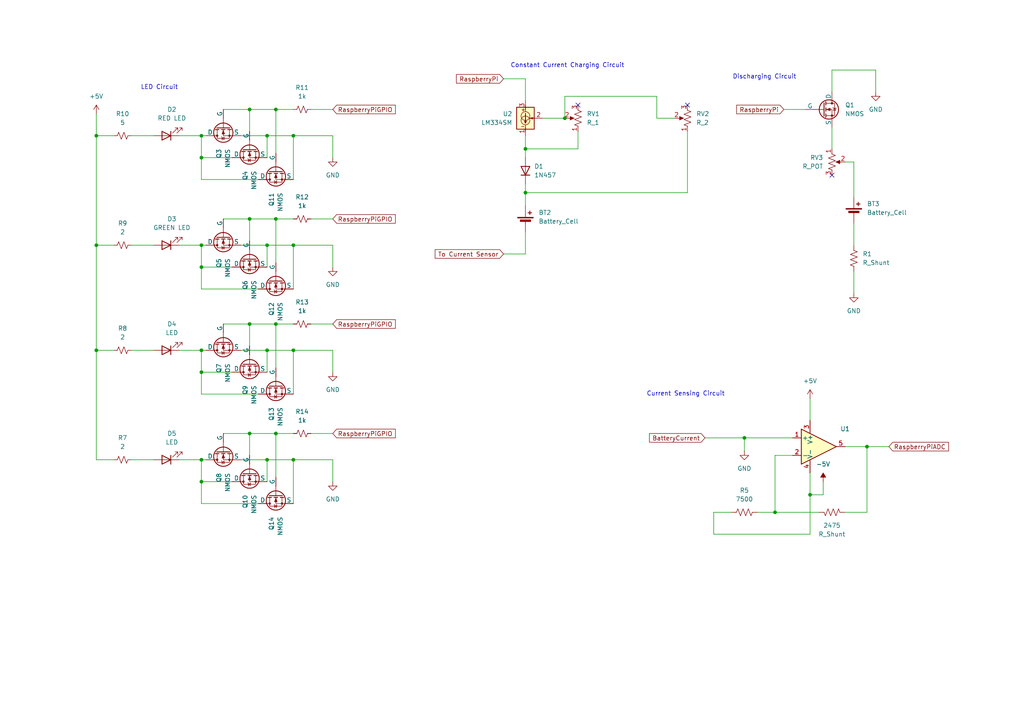
<source format=kicad_sch>
(kicad_sch
	(version 20250114)
	(generator "eeschema")
	(generator_version "9.0")
	(uuid "fca2b087-3cf0-4ab7-ad08-b4dba9bc27ec")
	(paper "A4")
	(lib_symbols
		(symbol "DS4305R_T_R:DS4305R_T_R"
			(pin_names
				(offset 1.016)
			)
			(exclude_from_sim no)
			(in_bom yes)
			(on_board yes)
			(property "Reference" "U"
				(at -12.7 11.16 0)
				(effects
					(font
						(size 1.27 1.27)
					)
					(justify left bottom)
				)
			)
			(property "Value" "DS4305R_T_R"
				(at -12.7 -14.16 0)
				(effects
					(font
						(size 1.27 1.27)
					)
					(justify left bottom)
				)
			)
			(property "Footprint" "DS4305R_T_R:SOT95P280X145-5N"
				(at 0 0 0)
				(effects
					(font
						(size 1.27 1.27)
					)
					(justify bottom)
					(hide yes)
				)
			)
			(property "Datasheet" ""
				(at 0 0 0)
				(effects
					(font
						(size 1.27 1.27)
					)
					(hide yes)
				)
			)
			(property "Description" ""
				(at 0 0 0)
				(effects
					(font
						(size 1.27 1.27)
					)
					(hide yes)
				)
			)
			(property "MF" "Analog Devices"
				(at 0 0 0)
				(effects
					(font
						(size 1.27 1.27)
					)
					(justify bottom)
					(hide yes)
				)
			)
			(property "Description_1" "Electronically Programmable Voltage Reference"
				(at 0 0 0)
				(effects
					(font
						(size 1.27 1.27)
					)
					(justify bottom)
					(hide yes)
				)
			)
			(property "Package" "SOT-23-5 Maxim Integrated"
				(at 0 0 0)
				(effects
					(font
						(size 1.27 1.27)
					)
					(justify bottom)
					(hide yes)
				)
			)
			(property "Price" "None"
				(at 0 0 0)
				(effects
					(font
						(size 1.27 1.27)
					)
					(justify bottom)
					(hide yes)
				)
			)
			(property "SnapEDA_Link" "https://www.snapeda.com/parts/DS4305R+T&R/Analog+Devices/view-part/?ref=snap"
				(at 0 0 0)
				(effects
					(font
						(size 1.27 1.27)
					)
					(justify bottom)
					(hide yes)
				)
			)
			(property "MP" "DS4305R+T&amp;R"
				(at 0 0 0)
				(effects
					(font
						(size 1.27 1.27)
					)
					(justify bottom)
					(hide yes)
				)
			)
			(property "Availability" "In Stock"
				(at 0 0 0)
				(effects
					(font
						(size 1.27 1.27)
					)
					(justify bottom)
					(hide yes)
				)
			)
			(property "Check_prices" "https://www.snapeda.com/parts/DS4305R+T&R/Analog+Devices/view-part/?ref=eda"
				(at 0 0 0)
				(effects
					(font
						(size 1.27 1.27)
					)
					(justify bottom)
					(hide yes)
				)
			)
			(symbol "DS4305R_T_R_0_0"
				(rectangle
					(start -12.7 -10.16)
					(end 12.7 10.16)
					(stroke
						(width 0.41)
						(type default)
					)
					(fill
						(type background)
					)
				)
				(pin input line
					(at -17.78 2.54 0)
					(length 5.08)
					(name "VIN"
						(effects
							(font
								(size 1.016 1.016)
							)
						)
					)
					(number "3"
						(effects
							(font
								(size 1.016 1.016)
							)
						)
					)
				)
				(pin bidirectional line
					(at -17.78 -2.54 0)
					(length 5.08)
					(name "~{ADJ}"
						(effects
							(font
								(size 1.016 1.016)
							)
						)
					)
					(number "1"
						(effects
							(font
								(size 1.016 1.016)
							)
						)
					)
				)
				(pin power_in line
					(at 17.78 7.62 180)
					(length 5.08)
					(name "VCC"
						(effects
							(font
								(size 1.016 1.016)
							)
						)
					)
					(number "5"
						(effects
							(font
								(size 1.016 1.016)
							)
						)
					)
				)
				(pin output line
					(at 17.78 2.54 180)
					(length 5.08)
					(name "VOUT"
						(effects
							(font
								(size 1.016 1.016)
							)
						)
					)
					(number "4"
						(effects
							(font
								(size 1.016 1.016)
							)
						)
					)
				)
				(pin power_in line
					(at 17.78 -7.62 180)
					(length 5.08)
					(name "GND"
						(effects
							(font
								(size 1.016 1.016)
							)
						)
					)
					(number "2"
						(effects
							(font
								(size 1.016 1.016)
							)
						)
					)
				)
			)
			(embedded_fonts no)
		)
		(symbol "Device:Battery_Cell"
			(pin_numbers
				(hide yes)
			)
			(pin_names
				(offset 0)
				(hide yes)
			)
			(exclude_from_sim no)
			(in_bom yes)
			(on_board yes)
			(property "Reference" "BT"
				(at 2.54 2.54 0)
				(effects
					(font
						(size 1.27 1.27)
					)
					(justify left)
				)
			)
			(property "Value" "Battery_Cell"
				(at 2.54 0 0)
				(effects
					(font
						(size 1.27 1.27)
					)
					(justify left)
				)
			)
			(property "Footprint" ""
				(at 0 1.524 90)
				(effects
					(font
						(size 1.27 1.27)
					)
					(hide yes)
				)
			)
			(property "Datasheet" "~"
				(at 0 1.524 90)
				(effects
					(font
						(size 1.27 1.27)
					)
					(hide yes)
				)
			)
			(property "Description" "Single-cell battery"
				(at 0 0 0)
				(effects
					(font
						(size 1.27 1.27)
					)
					(hide yes)
				)
			)
			(property "ki_keywords" "battery cell"
				(at 0 0 0)
				(effects
					(font
						(size 1.27 1.27)
					)
					(hide yes)
				)
			)
			(symbol "Battery_Cell_0_1"
				(rectangle
					(start -2.286 1.778)
					(end 2.286 1.524)
					(stroke
						(width 0)
						(type default)
					)
					(fill
						(type outline)
					)
				)
				(rectangle
					(start -1.524 1.016)
					(end 1.524 0.508)
					(stroke
						(width 0)
						(type default)
					)
					(fill
						(type outline)
					)
				)
				(polyline
					(pts
						(xy 0 1.778) (xy 0 2.54)
					)
					(stroke
						(width 0)
						(type default)
					)
					(fill
						(type none)
					)
				)
				(polyline
					(pts
						(xy 0 0.762) (xy 0 0)
					)
					(stroke
						(width 0)
						(type default)
					)
					(fill
						(type none)
					)
				)
				(polyline
					(pts
						(xy 0.762 3.048) (xy 1.778 3.048)
					)
					(stroke
						(width 0.254)
						(type default)
					)
					(fill
						(type none)
					)
				)
				(polyline
					(pts
						(xy 1.27 3.556) (xy 1.27 2.54)
					)
					(stroke
						(width 0.254)
						(type default)
					)
					(fill
						(type none)
					)
				)
			)
			(symbol "Battery_Cell_1_1"
				(pin passive line
					(at 0 5.08 270)
					(length 2.54)
					(name "+"
						(effects
							(font
								(size 1.27 1.27)
							)
						)
					)
					(number "1"
						(effects
							(font
								(size 1.27 1.27)
							)
						)
					)
				)
				(pin passive line
					(at 0 -2.54 90)
					(length 2.54)
					(name "-"
						(effects
							(font
								(size 1.27 1.27)
							)
						)
					)
					(number "2"
						(effects
							(font
								(size 1.27 1.27)
							)
						)
					)
				)
			)
			(embedded_fonts no)
		)
		(symbol "Device:D"
			(pin_numbers
				(hide yes)
			)
			(pin_names
				(offset 1.016)
				(hide yes)
			)
			(exclude_from_sim no)
			(in_bom yes)
			(on_board yes)
			(property "Reference" "D"
				(at 0 2.54 0)
				(effects
					(font
						(size 1.27 1.27)
					)
				)
			)
			(property "Value" "D"
				(at 0 -2.54 0)
				(effects
					(font
						(size 1.27 1.27)
					)
				)
			)
			(property "Footprint" ""
				(at 0 0 0)
				(effects
					(font
						(size 1.27 1.27)
					)
					(hide yes)
				)
			)
			(property "Datasheet" "~"
				(at 0 0 0)
				(effects
					(font
						(size 1.27 1.27)
					)
					(hide yes)
				)
			)
			(property "Description" "Diode"
				(at 0 0 0)
				(effects
					(font
						(size 1.27 1.27)
					)
					(hide yes)
				)
			)
			(property "Sim.Device" "D"
				(at 0 0 0)
				(effects
					(font
						(size 1.27 1.27)
					)
					(hide yes)
				)
			)
			(property "Sim.Pins" "1=K 2=A"
				(at 0 0 0)
				(effects
					(font
						(size 1.27 1.27)
					)
					(hide yes)
				)
			)
			(property "ki_keywords" "diode"
				(at 0 0 0)
				(effects
					(font
						(size 1.27 1.27)
					)
					(hide yes)
				)
			)
			(property "ki_fp_filters" "TO-???* *_Diode_* *SingleDiode* D_*"
				(at 0 0 0)
				(effects
					(font
						(size 1.27 1.27)
					)
					(hide yes)
				)
			)
			(symbol "D_0_1"
				(polyline
					(pts
						(xy -1.27 1.27) (xy -1.27 -1.27)
					)
					(stroke
						(width 0.254)
						(type default)
					)
					(fill
						(type none)
					)
				)
				(polyline
					(pts
						(xy 1.27 1.27) (xy 1.27 -1.27) (xy -1.27 0) (xy 1.27 1.27)
					)
					(stroke
						(width 0.254)
						(type default)
					)
					(fill
						(type none)
					)
				)
				(polyline
					(pts
						(xy 1.27 0) (xy -1.27 0)
					)
					(stroke
						(width 0)
						(type default)
					)
					(fill
						(type none)
					)
				)
			)
			(symbol "D_1_1"
				(pin passive line
					(at -3.81 0 0)
					(length 2.54)
					(name "K"
						(effects
							(font
								(size 1.27 1.27)
							)
						)
					)
					(number "1"
						(effects
							(font
								(size 1.27 1.27)
							)
						)
					)
				)
				(pin passive line
					(at 3.81 0 180)
					(length 2.54)
					(name "A"
						(effects
							(font
								(size 1.27 1.27)
							)
						)
					)
					(number "2"
						(effects
							(font
								(size 1.27 1.27)
							)
						)
					)
				)
			)
			(embedded_fonts no)
		)
		(symbol "Device:LED"
			(pin_numbers
				(hide yes)
			)
			(pin_names
				(offset 1.016)
				(hide yes)
			)
			(exclude_from_sim no)
			(in_bom yes)
			(on_board yes)
			(property "Reference" "D"
				(at 0 2.54 0)
				(effects
					(font
						(size 1.27 1.27)
					)
				)
			)
			(property "Value" "LED"
				(at 0 -2.54 0)
				(effects
					(font
						(size 1.27 1.27)
					)
				)
			)
			(property "Footprint" ""
				(at 0 0 0)
				(effects
					(font
						(size 1.27 1.27)
					)
					(hide yes)
				)
			)
			(property "Datasheet" "~"
				(at 0 0 0)
				(effects
					(font
						(size 1.27 1.27)
					)
					(hide yes)
				)
			)
			(property "Description" "Light emitting diode"
				(at 0 0 0)
				(effects
					(font
						(size 1.27 1.27)
					)
					(hide yes)
				)
			)
			(property "Sim.Pins" "1=K 2=A"
				(at 0 0 0)
				(effects
					(font
						(size 1.27 1.27)
					)
					(hide yes)
				)
			)
			(property "ki_keywords" "LED diode"
				(at 0 0 0)
				(effects
					(font
						(size 1.27 1.27)
					)
					(hide yes)
				)
			)
			(property "ki_fp_filters" "LED* LED_SMD:* LED_THT:*"
				(at 0 0 0)
				(effects
					(font
						(size 1.27 1.27)
					)
					(hide yes)
				)
			)
			(symbol "LED_0_1"
				(polyline
					(pts
						(xy -3.048 -0.762) (xy -4.572 -2.286) (xy -3.81 -2.286) (xy -4.572 -2.286) (xy -4.572 -1.524)
					)
					(stroke
						(width 0)
						(type default)
					)
					(fill
						(type none)
					)
				)
				(polyline
					(pts
						(xy -1.778 -0.762) (xy -3.302 -2.286) (xy -2.54 -2.286) (xy -3.302 -2.286) (xy -3.302 -1.524)
					)
					(stroke
						(width 0)
						(type default)
					)
					(fill
						(type none)
					)
				)
				(polyline
					(pts
						(xy -1.27 0) (xy 1.27 0)
					)
					(stroke
						(width 0)
						(type default)
					)
					(fill
						(type none)
					)
				)
				(polyline
					(pts
						(xy -1.27 -1.27) (xy -1.27 1.27)
					)
					(stroke
						(width 0.254)
						(type default)
					)
					(fill
						(type none)
					)
				)
				(polyline
					(pts
						(xy 1.27 -1.27) (xy 1.27 1.27) (xy -1.27 0) (xy 1.27 -1.27)
					)
					(stroke
						(width 0.254)
						(type default)
					)
					(fill
						(type none)
					)
				)
			)
			(symbol "LED_1_1"
				(pin passive line
					(at -3.81 0 0)
					(length 2.54)
					(name "K"
						(effects
							(font
								(size 1.27 1.27)
							)
						)
					)
					(number "1"
						(effects
							(font
								(size 1.27 1.27)
							)
						)
					)
				)
				(pin passive line
					(at 3.81 0 180)
					(length 2.54)
					(name "A"
						(effects
							(font
								(size 1.27 1.27)
							)
						)
					)
					(number "2"
						(effects
							(font
								(size 1.27 1.27)
							)
						)
					)
				)
			)
			(embedded_fonts no)
		)
		(symbol "Device:R_Potentiometer_US"
			(pin_names
				(offset 1.016)
				(hide yes)
			)
			(exclude_from_sim no)
			(in_bom yes)
			(on_board yes)
			(property "Reference" "RV"
				(at -4.445 0 90)
				(effects
					(font
						(size 1.27 1.27)
					)
				)
			)
			(property "Value" "R_Potentiometer_US"
				(at -2.54 0 90)
				(effects
					(font
						(size 1.27 1.27)
					)
				)
			)
			(property "Footprint" ""
				(at 0 0 0)
				(effects
					(font
						(size 1.27 1.27)
					)
					(hide yes)
				)
			)
			(property "Datasheet" "~"
				(at 0 0 0)
				(effects
					(font
						(size 1.27 1.27)
					)
					(hide yes)
				)
			)
			(property "Description" "Potentiometer, US symbol"
				(at 0 0 0)
				(effects
					(font
						(size 1.27 1.27)
					)
					(hide yes)
				)
			)
			(property "ki_keywords" "resistor variable"
				(at 0 0 0)
				(effects
					(font
						(size 1.27 1.27)
					)
					(hide yes)
				)
			)
			(property "ki_fp_filters" "Potentiometer*"
				(at 0 0 0)
				(effects
					(font
						(size 1.27 1.27)
					)
					(hide yes)
				)
			)
			(symbol "R_Potentiometer_US_0_1"
				(polyline
					(pts
						(xy 0 2.54) (xy 0 2.286)
					)
					(stroke
						(width 0)
						(type default)
					)
					(fill
						(type none)
					)
				)
				(polyline
					(pts
						(xy 0 2.286) (xy 1.016 1.905) (xy 0 1.524) (xy -1.016 1.143) (xy 0 0.762)
					)
					(stroke
						(width 0)
						(type default)
					)
					(fill
						(type none)
					)
				)
				(polyline
					(pts
						(xy 0 0.762) (xy 1.016 0.381) (xy 0 0) (xy -1.016 -0.381) (xy 0 -0.762)
					)
					(stroke
						(width 0)
						(type default)
					)
					(fill
						(type none)
					)
				)
				(polyline
					(pts
						(xy 0 -0.762) (xy 1.016 -1.143) (xy 0 -1.524) (xy -1.016 -1.905) (xy 0 -2.286)
					)
					(stroke
						(width 0)
						(type default)
					)
					(fill
						(type none)
					)
				)
				(polyline
					(pts
						(xy 0 -2.286) (xy 0 -2.54)
					)
					(stroke
						(width 0)
						(type default)
					)
					(fill
						(type none)
					)
				)
				(polyline
					(pts
						(xy 1.143 0) (xy 2.286 0.508) (xy 2.286 -0.508) (xy 1.143 0)
					)
					(stroke
						(width 0)
						(type default)
					)
					(fill
						(type outline)
					)
				)
				(polyline
					(pts
						(xy 2.54 0) (xy 1.524 0)
					)
					(stroke
						(width 0)
						(type default)
					)
					(fill
						(type none)
					)
				)
			)
			(symbol "R_Potentiometer_US_1_1"
				(pin passive line
					(at 0 3.81 270)
					(length 1.27)
					(name "1"
						(effects
							(font
								(size 1.27 1.27)
							)
						)
					)
					(number "1"
						(effects
							(font
								(size 1.27 1.27)
							)
						)
					)
				)
				(pin passive line
					(at 0 -3.81 90)
					(length 1.27)
					(name "3"
						(effects
							(font
								(size 1.27 1.27)
							)
						)
					)
					(number "3"
						(effects
							(font
								(size 1.27 1.27)
							)
						)
					)
				)
				(pin passive line
					(at 3.81 0 180)
					(length 1.27)
					(name "2"
						(effects
							(font
								(size 1.27 1.27)
							)
						)
					)
					(number "2"
						(effects
							(font
								(size 1.27 1.27)
							)
						)
					)
				)
			)
			(embedded_fonts no)
		)
		(symbol "Device:R_Small_US"
			(pin_numbers
				(hide yes)
			)
			(pin_names
				(offset 0.254)
				(hide yes)
			)
			(exclude_from_sim no)
			(in_bom yes)
			(on_board yes)
			(property "Reference" "R"
				(at 0.762 0.508 0)
				(effects
					(font
						(size 1.27 1.27)
					)
					(justify left)
				)
			)
			(property "Value" "R_Small_US"
				(at 0.762 -1.016 0)
				(effects
					(font
						(size 1.27 1.27)
					)
					(justify left)
				)
			)
			(property "Footprint" ""
				(at 0 0 0)
				(effects
					(font
						(size 1.27 1.27)
					)
					(hide yes)
				)
			)
			(property "Datasheet" "~"
				(at 0 0 0)
				(effects
					(font
						(size 1.27 1.27)
					)
					(hide yes)
				)
			)
			(property "Description" "Resistor, small US symbol"
				(at 0 0 0)
				(effects
					(font
						(size 1.27 1.27)
					)
					(hide yes)
				)
			)
			(property "ki_keywords" "r resistor"
				(at 0 0 0)
				(effects
					(font
						(size 1.27 1.27)
					)
					(hide yes)
				)
			)
			(property "ki_fp_filters" "R_*"
				(at 0 0 0)
				(effects
					(font
						(size 1.27 1.27)
					)
					(hide yes)
				)
			)
			(symbol "R_Small_US_1_1"
				(polyline
					(pts
						(xy 0 1.524) (xy 1.016 1.143) (xy 0 0.762) (xy -1.016 0.381) (xy 0 0)
					)
					(stroke
						(width 0)
						(type default)
					)
					(fill
						(type none)
					)
				)
				(polyline
					(pts
						(xy 0 0) (xy 1.016 -0.381) (xy 0 -0.762) (xy -1.016 -1.143) (xy 0 -1.524)
					)
					(stroke
						(width 0)
						(type default)
					)
					(fill
						(type none)
					)
				)
				(pin passive line
					(at 0 2.54 270)
					(length 1.016)
					(name "~"
						(effects
							(font
								(size 1.27 1.27)
							)
						)
					)
					(number "1"
						(effects
							(font
								(size 1.27 1.27)
							)
						)
					)
				)
				(pin passive line
					(at 0 -2.54 90)
					(length 1.016)
					(name "~"
						(effects
							(font
								(size 1.27 1.27)
							)
						)
					)
					(number "2"
						(effects
							(font
								(size 1.27 1.27)
							)
						)
					)
				)
			)
			(embedded_fonts no)
		)
		(symbol "Device:R_US"
			(pin_numbers
				(hide yes)
			)
			(pin_names
				(offset 0)
			)
			(exclude_from_sim no)
			(in_bom yes)
			(on_board yes)
			(property "Reference" "R"
				(at 2.54 0 90)
				(effects
					(font
						(size 1.27 1.27)
					)
				)
			)
			(property "Value" "R_US"
				(at -2.54 0 90)
				(effects
					(font
						(size 1.27 1.27)
					)
				)
			)
			(property "Footprint" ""
				(at 1.016 -0.254 90)
				(effects
					(font
						(size 1.27 1.27)
					)
					(hide yes)
				)
			)
			(property "Datasheet" "~"
				(at 0 0 0)
				(effects
					(font
						(size 1.27 1.27)
					)
					(hide yes)
				)
			)
			(property "Description" "Resistor, US symbol"
				(at 0 0 0)
				(effects
					(font
						(size 1.27 1.27)
					)
					(hide yes)
				)
			)
			(property "ki_keywords" "R res resistor"
				(at 0 0 0)
				(effects
					(font
						(size 1.27 1.27)
					)
					(hide yes)
				)
			)
			(property "ki_fp_filters" "R_*"
				(at 0 0 0)
				(effects
					(font
						(size 1.27 1.27)
					)
					(hide yes)
				)
			)
			(symbol "R_US_0_1"
				(polyline
					(pts
						(xy 0 2.286) (xy 0 2.54)
					)
					(stroke
						(width 0)
						(type default)
					)
					(fill
						(type none)
					)
				)
				(polyline
					(pts
						(xy 0 2.286) (xy 1.016 1.905) (xy 0 1.524) (xy -1.016 1.143) (xy 0 0.762)
					)
					(stroke
						(width 0)
						(type default)
					)
					(fill
						(type none)
					)
				)
				(polyline
					(pts
						(xy 0 0.762) (xy 1.016 0.381) (xy 0 0) (xy -1.016 -0.381) (xy 0 -0.762)
					)
					(stroke
						(width 0)
						(type default)
					)
					(fill
						(type none)
					)
				)
				(polyline
					(pts
						(xy 0 -0.762) (xy 1.016 -1.143) (xy 0 -1.524) (xy -1.016 -1.905) (xy 0 -2.286)
					)
					(stroke
						(width 0)
						(type default)
					)
					(fill
						(type none)
					)
				)
				(polyline
					(pts
						(xy 0 -2.286) (xy 0 -2.54)
					)
					(stroke
						(width 0)
						(type default)
					)
					(fill
						(type none)
					)
				)
			)
			(symbol "R_US_1_1"
				(pin passive line
					(at 0 3.81 270)
					(length 1.27)
					(name "~"
						(effects
							(font
								(size 1.27 1.27)
							)
						)
					)
					(number "1"
						(effects
							(font
								(size 1.27 1.27)
							)
						)
					)
				)
				(pin passive line
					(at 0 -3.81 90)
					(length 1.27)
					(name "~"
						(effects
							(font
								(size 1.27 1.27)
							)
						)
					)
					(number "2"
						(effects
							(font
								(size 1.27 1.27)
							)
						)
					)
				)
			)
			(embedded_fonts no)
		)
		(symbol "Reference_Current:LM334SM"
			(exclude_from_sim no)
			(in_bom yes)
			(on_board yes)
			(property "Reference" "U"
				(at 0.635 6.35 0)
				(effects
					(font
						(size 1.27 1.27)
					)
					(justify left)
				)
			)
			(property "Value" "LM334SM"
				(at 0.635 4.445 0)
				(effects
					(font
						(size 1.27 1.27)
					)
					(justify left)
				)
			)
			(property "Footprint" "Package_SO:SOIC-8_3.9x4.9mm_P1.27mm"
				(at 0.635 -4.445 0)
				(effects
					(font
						(size 1.27 1.27)
						(italic yes)
					)
					(justify left)
					(hide yes)
				)
			)
			(property "Datasheet" "http://www.ti.com/lit/ds/symlink/lm134.pdf"
				(at 0 0 0)
				(effects
					(font
						(size 1.27 1.27)
						(italic yes)
					)
					(hide yes)
				)
			)
			(property "Description" "1μA to 10mA 3-Terminal Adjustable Current Source, SO-8 Alternate"
				(at 0 0 0)
				(effects
					(font
						(size 1.27 1.27)
					)
					(hide yes)
				)
			)
			(property "ki_keywords" "Adjustable Current Source 10mA"
				(at 0 0 0)
				(effects
					(font
						(size 1.27 1.27)
					)
					(hide yes)
				)
			)
			(property "ki_fp_filters" "SOIC*3.9x4.9m*P1.27mm*"
				(at 0 0 0)
				(effects
					(font
						(size 1.27 1.27)
					)
					(hide yes)
				)
			)
			(symbol "LM334SM_0_1"
				(rectangle
					(start -2.54 3.175)
					(end 2.54 -3.175)
					(stroke
						(width 0.254)
						(type default)
					)
					(fill
						(type background)
					)
				)
				(polyline
					(pts
						(xy -1.143 -2.413) (xy -0.381 -2.413)
					)
					(stroke
						(width 0)
						(type default)
					)
					(fill
						(type none)
					)
				)
				(polyline
					(pts
						(xy -1.016 2.413) (xy -0.254 2.413)
					)
					(stroke
						(width 0)
						(type default)
					)
					(fill
						(type none)
					)
				)
				(polyline
					(pts
						(xy -0.635 2.794) (xy -0.635 2.032)
					)
					(stroke
						(width 0)
						(type default)
					)
					(fill
						(type none)
					)
				)
				(polyline
					(pts
						(xy 0 3.81) (xy 0 1.905)
					)
					(stroke
						(width 0)
						(type default)
					)
					(fill
						(type none)
					)
				)
				(polyline
					(pts
						(xy 0 1.397) (xy 0 -1.397)
					)
					(stroke
						(width 0.254)
						(type default)
					)
					(fill
						(type none)
					)
				)
				(circle
					(center 0 0.635)
					(radius 1.27)
					(stroke
						(width 0)
						(type default)
					)
					(fill
						(type none)
					)
				)
				(circle
					(center 0 -0.635)
					(radius 1.27)
					(stroke
						(width 0)
						(type default)
					)
					(fill
						(type none)
					)
				)
				(polyline
					(pts
						(xy 0 -1.397) (xy -0.254 -0.889) (xy 0.254 -0.889) (xy 0 -1.397)
					)
					(stroke
						(width 0.254)
						(type default)
					)
					(fill
						(type none)
					)
				)
				(polyline
					(pts
						(xy 0 -1.905) (xy 0 -3.81)
					)
					(stroke
						(width 0)
						(type default)
					)
					(fill
						(type none)
					)
				)
				(polyline
					(pts
						(xy 1.27 0) (xy 2.159 0.254) (xy 2.159 -0.254) (xy 1.27 0)
					)
					(stroke
						(width 0)
						(type default)
					)
					(fill
						(type none)
					)
				)
				(polyline
					(pts
						(xy 2.54 0) (xy 1.27 0)
					)
					(stroke
						(width 0)
						(type default)
					)
					(fill
						(type none)
					)
				)
			)
			(symbol "LM334SM_1_1"
				(pin passive line
					(at 0 5.08 270)
					(length 2.54)
					(name "~"
						(effects
							(font
								(size 1.27 1.27)
							)
						)
					)
					(number "3"
						(effects
							(font
								(size 1.27 1.27)
							)
						)
					)
				)
				(pin passive line
					(at 0 -5.08 90)
					(length 2.54)
					(name "~"
						(effects
							(font
								(size 1.27 1.27)
							)
						)
					)
					(number "1"
						(effects
							(font
								(size 1.27 1.27)
							)
						)
					)
				)
				(pin passive line
					(at 5.08 0 180)
					(length 2.54)
					(name "~"
						(effects
							(font
								(size 1.27 1.27)
							)
						)
					)
					(number "2"
						(effects
							(font
								(size 1.27 1.27)
							)
						)
					)
				)
			)
			(embedded_fonts no)
		)
		(symbol "Simulation_SPICE:NMOS"
			(pin_numbers
				(hide yes)
			)
			(pin_names
				(offset 0)
			)
			(exclude_from_sim no)
			(in_bom yes)
			(on_board yes)
			(property "Reference" "Q"
				(at 5.08 1.27 0)
				(effects
					(font
						(size 1.27 1.27)
					)
					(justify left)
				)
			)
			(property "Value" "NMOS"
				(at 5.08 -1.27 0)
				(effects
					(font
						(size 1.27 1.27)
					)
					(justify left)
				)
			)
			(property "Footprint" ""
				(at 5.08 2.54 0)
				(effects
					(font
						(size 1.27 1.27)
					)
					(hide yes)
				)
			)
			(property "Datasheet" "https://ngspice.sourceforge.io/docs/ngspice-html-manual/manual.xhtml#cha_MOSFETs"
				(at 0 -12.7 0)
				(effects
					(font
						(size 1.27 1.27)
					)
					(hide yes)
				)
			)
			(property "Description" "N-MOSFET transistor, drain/source/gate"
				(at 0 0 0)
				(effects
					(font
						(size 1.27 1.27)
					)
					(hide yes)
				)
			)
			(property "Sim.Device" "NMOS"
				(at 0 -17.145 0)
				(effects
					(font
						(size 1.27 1.27)
					)
					(hide yes)
				)
			)
			(property "Sim.Type" "VDMOS"
				(at 0 -19.05 0)
				(effects
					(font
						(size 1.27 1.27)
					)
					(hide yes)
				)
			)
			(property "Sim.Pins" "1=D 2=G 3=S"
				(at 0 -15.24 0)
				(effects
					(font
						(size 1.27 1.27)
					)
					(hide yes)
				)
			)
			(property "ki_keywords" "transistor NMOS N-MOS N-MOSFET simulation"
				(at 0 0 0)
				(effects
					(font
						(size 1.27 1.27)
					)
					(hide yes)
				)
			)
			(symbol "NMOS_0_1"
				(polyline
					(pts
						(xy 0.254 1.905) (xy 0.254 -1.905)
					)
					(stroke
						(width 0.254)
						(type default)
					)
					(fill
						(type none)
					)
				)
				(polyline
					(pts
						(xy 0.254 0) (xy -2.54 0)
					)
					(stroke
						(width 0)
						(type default)
					)
					(fill
						(type none)
					)
				)
				(polyline
					(pts
						(xy 0.762 2.286) (xy 0.762 1.27)
					)
					(stroke
						(width 0.254)
						(type default)
					)
					(fill
						(type none)
					)
				)
				(polyline
					(pts
						(xy 0.762 0.508) (xy 0.762 -0.508)
					)
					(stroke
						(width 0.254)
						(type default)
					)
					(fill
						(type none)
					)
				)
				(polyline
					(pts
						(xy 0.762 -1.27) (xy 0.762 -2.286)
					)
					(stroke
						(width 0.254)
						(type default)
					)
					(fill
						(type none)
					)
				)
				(polyline
					(pts
						(xy 0.762 -1.778) (xy 3.302 -1.778) (xy 3.302 1.778) (xy 0.762 1.778)
					)
					(stroke
						(width 0)
						(type default)
					)
					(fill
						(type none)
					)
				)
				(polyline
					(pts
						(xy 1.016 0) (xy 2.032 0.381) (xy 2.032 -0.381) (xy 1.016 0)
					)
					(stroke
						(width 0)
						(type default)
					)
					(fill
						(type outline)
					)
				)
				(circle
					(center 1.651 0)
					(radius 2.794)
					(stroke
						(width 0.254)
						(type default)
					)
					(fill
						(type none)
					)
				)
				(polyline
					(pts
						(xy 2.54 2.54) (xy 2.54 1.778)
					)
					(stroke
						(width 0)
						(type default)
					)
					(fill
						(type none)
					)
				)
				(circle
					(center 2.54 1.778)
					(radius 0.254)
					(stroke
						(width 0)
						(type default)
					)
					(fill
						(type outline)
					)
				)
				(circle
					(center 2.54 -1.778)
					(radius 0.254)
					(stroke
						(width 0)
						(type default)
					)
					(fill
						(type outline)
					)
				)
				(polyline
					(pts
						(xy 2.54 -2.54) (xy 2.54 0) (xy 0.762 0)
					)
					(stroke
						(width 0)
						(type default)
					)
					(fill
						(type none)
					)
				)
				(polyline
					(pts
						(xy 2.794 0.508) (xy 2.921 0.381) (xy 3.683 0.381) (xy 3.81 0.254)
					)
					(stroke
						(width 0)
						(type default)
					)
					(fill
						(type none)
					)
				)
				(polyline
					(pts
						(xy 3.302 0.381) (xy 2.921 -0.254) (xy 3.683 -0.254) (xy 3.302 0.381)
					)
					(stroke
						(width 0)
						(type default)
					)
					(fill
						(type none)
					)
				)
			)
			(symbol "NMOS_1_1"
				(pin input line
					(at -5.08 0 0)
					(length 2.54)
					(name "G"
						(effects
							(font
								(size 1.27 1.27)
							)
						)
					)
					(number "2"
						(effects
							(font
								(size 1.27 1.27)
							)
						)
					)
				)
				(pin passive line
					(at 2.54 5.08 270)
					(length 2.54)
					(name "D"
						(effects
							(font
								(size 1.27 1.27)
							)
						)
					)
					(number "1"
						(effects
							(font
								(size 1.27 1.27)
							)
						)
					)
				)
				(pin passive line
					(at 2.54 -5.08 90)
					(length 2.54)
					(name "S"
						(effects
							(font
								(size 1.27 1.27)
							)
						)
					)
					(number "3"
						(effects
							(font
								(size 1.27 1.27)
							)
						)
					)
				)
			)
			(embedded_fonts no)
		)
		(symbol "Simulation_SPICE:OPAMP"
			(pin_names
				(offset 0.254)
			)
			(exclude_from_sim no)
			(in_bom yes)
			(on_board yes)
			(property "Reference" "U"
				(at 3.81 3.175 0)
				(effects
					(font
						(size 1.27 1.27)
					)
					(justify left)
				)
			)
			(property "Value" "${SIM.PARAMS}"
				(at 3.81 -3.175 0)
				(effects
					(font
						(size 1.27 1.27)
					)
					(justify left)
				)
			)
			(property "Footprint" ""
				(at 0 0 0)
				(effects
					(font
						(size 1.27 1.27)
					)
					(hide yes)
				)
			)
			(property "Datasheet" "https://ngspice.sourceforge.io/docs/ngspice-html-manual/manual.xhtml#sec__SUBCKT_Subcircuits"
				(at 0 0 0)
				(effects
					(font
						(size 1.27 1.27)
					)
					(hide yes)
				)
			)
			(property "Description" "Operational amplifier, single"
				(at 0 0 0)
				(effects
					(font
						(size 1.27 1.27)
					)
					(hide yes)
				)
			)
			(property "Sim.Pins" "1=in+ 2=in- 3=vcc 4=vee 5=out"
				(at 0 0 0)
				(effects
					(font
						(size 1.27 1.27)
					)
					(hide yes)
				)
			)
			(property "Sim.Device" "SUBCKT"
				(at 0 0 0)
				(effects
					(font
						(size 1.27 1.27)
					)
					(justify left)
					(hide yes)
				)
			)
			(property "Sim.Library" "${KICAD8_SYMBOL_DIR}/Simulation_SPICE.sp"
				(at 0 0 0)
				(effects
					(font
						(size 1.27 1.27)
					)
					(hide yes)
				)
			)
			(property "Sim.Name" "kicad_builtin_opamp"
				(at 0 0 0)
				(effects
					(font
						(size 1.27 1.27)
					)
					(hide yes)
				)
			)
			(property "ki_keywords" "simulation"
				(at 0 0 0)
				(effects
					(font
						(size 1.27 1.27)
					)
					(hide yes)
				)
			)
			(symbol "OPAMP_0_1"
				(polyline
					(pts
						(xy 5.08 0) (xy -5.08 5.08) (xy -5.08 -5.08) (xy 5.08 0)
					)
					(stroke
						(width 0.254)
						(type default)
					)
					(fill
						(type background)
					)
				)
			)
			(symbol "OPAMP_1_1"
				(pin input line
					(at -7.62 2.54 0)
					(length 2.54)
					(name "+"
						(effects
							(font
								(size 1.27 1.27)
							)
						)
					)
					(number "1"
						(effects
							(font
								(size 1.27 1.27)
							)
						)
					)
				)
				(pin input line
					(at -7.62 -2.54 0)
					(length 2.54)
					(name "-"
						(effects
							(font
								(size 1.27 1.27)
							)
						)
					)
					(number "2"
						(effects
							(font
								(size 1.27 1.27)
							)
						)
					)
				)
				(pin power_in line
					(at -2.54 7.62 270)
					(length 3.81)
					(name "V+"
						(effects
							(font
								(size 1.27 1.27)
							)
						)
					)
					(number "3"
						(effects
							(font
								(size 1.27 1.27)
							)
						)
					)
				)
				(pin power_in line
					(at -2.54 -7.62 90)
					(length 3.81)
					(name "V-"
						(effects
							(font
								(size 1.27 1.27)
							)
						)
					)
					(number "4"
						(effects
							(font
								(size 1.27 1.27)
							)
						)
					)
				)
				(pin output line
					(at 7.62 0 180)
					(length 2.54)
					(name "~"
						(effects
							(font
								(size 1.27 1.27)
							)
						)
					)
					(number "5"
						(effects
							(font
								(size 1.27 1.27)
							)
						)
					)
				)
			)
			(embedded_fonts no)
		)
		(symbol "Simulation_SPICE:PMOS"
			(pin_numbers
				(hide yes)
			)
			(pin_names
				(offset 0)
			)
			(exclude_from_sim no)
			(in_bom yes)
			(on_board yes)
			(property "Reference" "Q"
				(at 5.08 1.27 0)
				(effects
					(font
						(size 1.27 1.27)
					)
					(justify left)
				)
			)
			(property "Value" "PMOS"
				(at 5.08 -1.27 0)
				(effects
					(font
						(size 1.27 1.27)
					)
					(justify left)
				)
			)
			(property "Footprint" ""
				(at 5.08 2.54 0)
				(effects
					(font
						(size 1.27 1.27)
					)
					(hide yes)
				)
			)
			(property "Datasheet" "https://ngspice.sourceforge.io/docs/ngspice-html-manual/manual.xhtml#cha_MOSFETs"
				(at 0 -12.7 0)
				(effects
					(font
						(size 1.27 1.27)
					)
					(hide yes)
				)
			)
			(property "Description" "P-MOSFET transistor, drain/source/gate"
				(at 0 0 0)
				(effects
					(font
						(size 1.27 1.27)
					)
					(hide yes)
				)
			)
			(property "Sim.Device" "PMOS"
				(at 0 -17.145 0)
				(effects
					(font
						(size 1.27 1.27)
					)
					(hide yes)
				)
			)
			(property "Sim.Type" "VDMOS"
				(at 0 -19.05 0)
				(effects
					(font
						(size 1.27 1.27)
					)
					(hide yes)
				)
			)
			(property "Sim.Pins" "1=D 2=G 3=S"
				(at 0 -15.24 0)
				(effects
					(font
						(size 1.27 1.27)
					)
					(hide yes)
				)
			)
			(property "ki_keywords" "transistor PMOS P-MOS P-MOSFET simulation"
				(at 0 0 0)
				(effects
					(font
						(size 1.27 1.27)
					)
					(hide yes)
				)
			)
			(symbol "PMOS_0_1"
				(polyline
					(pts
						(xy 0.254 1.905) (xy 0.254 -1.905)
					)
					(stroke
						(width 0.254)
						(type default)
					)
					(fill
						(type none)
					)
				)
				(polyline
					(pts
						(xy 0.254 0) (xy -2.54 0)
					)
					(stroke
						(width 0)
						(type default)
					)
					(fill
						(type none)
					)
				)
				(polyline
					(pts
						(xy 0.762 2.286) (xy 0.762 1.27)
					)
					(stroke
						(width 0.254)
						(type default)
					)
					(fill
						(type none)
					)
				)
				(polyline
					(pts
						(xy 0.762 1.778) (xy 3.302 1.778) (xy 3.302 -1.778) (xy 0.762 -1.778)
					)
					(stroke
						(width 0)
						(type default)
					)
					(fill
						(type none)
					)
				)
				(polyline
					(pts
						(xy 0.762 0.508) (xy 0.762 -0.508)
					)
					(stroke
						(width 0.254)
						(type default)
					)
					(fill
						(type none)
					)
				)
				(polyline
					(pts
						(xy 0.762 -1.27) (xy 0.762 -2.286)
					)
					(stroke
						(width 0.254)
						(type default)
					)
					(fill
						(type none)
					)
				)
				(circle
					(center 1.651 0)
					(radius 2.794)
					(stroke
						(width 0.254)
						(type default)
					)
					(fill
						(type none)
					)
				)
				(polyline
					(pts
						(xy 2.286 0) (xy 1.27 0.381) (xy 1.27 -0.381) (xy 2.286 0)
					)
					(stroke
						(width 0)
						(type default)
					)
					(fill
						(type outline)
					)
				)
				(polyline
					(pts
						(xy 2.54 2.54) (xy 2.54 1.778)
					)
					(stroke
						(width 0)
						(type default)
					)
					(fill
						(type none)
					)
				)
				(circle
					(center 2.54 1.778)
					(radius 0.254)
					(stroke
						(width 0)
						(type default)
					)
					(fill
						(type outline)
					)
				)
				(circle
					(center 2.54 -1.778)
					(radius 0.254)
					(stroke
						(width 0)
						(type default)
					)
					(fill
						(type outline)
					)
				)
				(polyline
					(pts
						(xy 2.54 -2.54) (xy 2.54 0) (xy 0.762 0)
					)
					(stroke
						(width 0)
						(type default)
					)
					(fill
						(type none)
					)
				)
				(polyline
					(pts
						(xy 2.794 -0.508) (xy 2.921 -0.381) (xy 3.683 -0.381) (xy 3.81 -0.254)
					)
					(stroke
						(width 0)
						(type default)
					)
					(fill
						(type none)
					)
				)
				(polyline
					(pts
						(xy 3.302 -0.381) (xy 2.921 0.254) (xy 3.683 0.254) (xy 3.302 -0.381)
					)
					(stroke
						(width 0)
						(type default)
					)
					(fill
						(type none)
					)
				)
			)
			(symbol "PMOS_1_1"
				(pin input line
					(at -5.08 0 0)
					(length 2.54)
					(name "G"
						(effects
							(font
								(size 1.27 1.27)
							)
						)
					)
					(number "2"
						(effects
							(font
								(size 1.27 1.27)
							)
						)
					)
				)
				(pin passive line
					(at 2.54 5.08 270)
					(length 2.54)
					(name "D"
						(effects
							(font
								(size 1.27 1.27)
							)
						)
					)
					(number "1"
						(effects
							(font
								(size 1.27 1.27)
							)
						)
					)
				)
				(pin passive line
					(at 2.54 -5.08 90)
					(length 2.54)
					(name "S"
						(effects
							(font
								(size 1.27 1.27)
							)
						)
					)
					(number "3"
						(effects
							(font
								(size 1.27 1.27)
							)
						)
					)
				)
			)
			(embedded_fonts no)
		)
		(symbol "power:+5V"
			(power)
			(pin_numbers
				(hide yes)
			)
			(pin_names
				(offset 0)
				(hide yes)
			)
			(exclude_from_sim no)
			(in_bom yes)
			(on_board yes)
			(property "Reference" "#PWR"
				(at 0 -3.81 0)
				(effects
					(font
						(size 1.27 1.27)
					)
					(hide yes)
				)
			)
			(property "Value" "+5V"
				(at 0 3.556 0)
				(effects
					(font
						(size 1.27 1.27)
					)
				)
			)
			(property "Footprint" ""
				(at 0 0 0)
				(effects
					(font
						(size 1.27 1.27)
					)
					(hide yes)
				)
			)
			(property "Datasheet" ""
				(at 0 0 0)
				(effects
					(font
						(size 1.27 1.27)
					)
					(hide yes)
				)
			)
			(property "Description" "Power symbol creates a global label with name \"+5V\""
				(at 0 0 0)
				(effects
					(font
						(size 1.27 1.27)
					)
					(hide yes)
				)
			)
			(property "ki_keywords" "global power"
				(at 0 0 0)
				(effects
					(font
						(size 1.27 1.27)
					)
					(hide yes)
				)
			)
			(symbol "+5V_0_1"
				(polyline
					(pts
						(xy -0.762 1.27) (xy 0 2.54)
					)
					(stroke
						(width 0)
						(type default)
					)
					(fill
						(type none)
					)
				)
				(polyline
					(pts
						(xy 0 2.54) (xy 0.762 1.27)
					)
					(stroke
						(width 0)
						(type default)
					)
					(fill
						(type none)
					)
				)
				(polyline
					(pts
						(xy 0 0) (xy 0 2.54)
					)
					(stroke
						(width 0)
						(type default)
					)
					(fill
						(type none)
					)
				)
			)
			(symbol "+5V_1_1"
				(pin power_in line
					(at 0 0 90)
					(length 0)
					(name "~"
						(effects
							(font
								(size 1.27 1.27)
							)
						)
					)
					(number "1"
						(effects
							(font
								(size 1.27 1.27)
							)
						)
					)
				)
			)
			(embedded_fonts no)
		)
		(symbol "power:-5V"
			(power)
			(pin_numbers
				(hide yes)
			)
			(pin_names
				(offset 0)
				(hide yes)
			)
			(exclude_from_sim no)
			(in_bom yes)
			(on_board yes)
			(property "Reference" "#PWR"
				(at 0 -3.81 0)
				(effects
					(font
						(size 1.27 1.27)
					)
					(hide yes)
				)
			)
			(property "Value" "-5V"
				(at 0 3.556 0)
				(effects
					(font
						(size 1.27 1.27)
					)
				)
			)
			(property "Footprint" ""
				(at 0 0 0)
				(effects
					(font
						(size 1.27 1.27)
					)
					(hide yes)
				)
			)
			(property "Datasheet" ""
				(at 0 0 0)
				(effects
					(font
						(size 1.27 1.27)
					)
					(hide yes)
				)
			)
			(property "Description" "Power symbol creates a global label with name \"-5V\""
				(at 0 0 0)
				(effects
					(font
						(size 1.27 1.27)
					)
					(hide yes)
				)
			)
			(property "ki_keywords" "global power"
				(at 0 0 0)
				(effects
					(font
						(size 1.27 1.27)
					)
					(hide yes)
				)
			)
			(symbol "-5V_0_0"
				(pin power_in line
					(at 0 0 90)
					(length 0)
					(name "~"
						(effects
							(font
								(size 1.27 1.27)
							)
						)
					)
					(number "1"
						(effects
							(font
								(size 1.27 1.27)
							)
						)
					)
				)
			)
			(symbol "-5V_0_1"
				(polyline
					(pts
						(xy 0 0) (xy 0 1.27) (xy 0.762 1.27) (xy 0 2.54) (xy -0.762 1.27) (xy 0 1.27)
					)
					(stroke
						(width 0)
						(type default)
					)
					(fill
						(type outline)
					)
				)
			)
			(embedded_fonts no)
		)
		(symbol "power:GND"
			(power)
			(pin_numbers
				(hide yes)
			)
			(pin_names
				(offset 0)
				(hide yes)
			)
			(exclude_from_sim no)
			(in_bom yes)
			(on_board yes)
			(property "Reference" "#PWR"
				(at 0 -6.35 0)
				(effects
					(font
						(size 1.27 1.27)
					)
					(hide yes)
				)
			)
			(property "Value" "GND"
				(at 0 -3.81 0)
				(effects
					(font
						(size 1.27 1.27)
					)
				)
			)
			(property "Footprint" ""
				(at 0 0 0)
				(effects
					(font
						(size 1.27 1.27)
					)
					(hide yes)
				)
			)
			(property "Datasheet" ""
				(at 0 0 0)
				(effects
					(font
						(size 1.27 1.27)
					)
					(hide yes)
				)
			)
			(property "Description" "Power symbol creates a global label with name \"GND\" , ground"
				(at 0 0 0)
				(effects
					(font
						(size 1.27 1.27)
					)
					(hide yes)
				)
			)
			(property "ki_keywords" "global power"
				(at 0 0 0)
				(effects
					(font
						(size 1.27 1.27)
					)
					(hide yes)
				)
			)
			(symbol "GND_0_1"
				(polyline
					(pts
						(xy 0 0) (xy 0 -1.27) (xy 1.27 -1.27) (xy 0 -2.54) (xy -1.27 -1.27) (xy 0 -1.27)
					)
					(stroke
						(width 0)
						(type default)
					)
					(fill
						(type none)
					)
				)
			)
			(symbol "GND_1_1"
				(pin power_in line
					(at 0 0 270)
					(length 0)
					(name "~"
						(effects
							(font
								(size 1.27 1.27)
							)
						)
					)
					(number "1"
						(effects
							(font
								(size 1.27 1.27)
							)
						)
					)
				)
			)
			(embedded_fonts no)
		)
	)
	(text "Constant Voltage Charging Circuit"
		(exclude_from_sim no)
		(at 105.41 229.616 0)
		(effects
			(font
				(size 1.27 1.27)
			)
		)
		(uuid "04b4b3bf-0407-4bf1-aa88-f2ba5119fc67")
	)
	(text "Current Sensing Circuit"
		(exclude_from_sim no)
		(at 198.882 114.3 0)
		(effects
			(font
				(size 1.27 1.27)
			)
		)
		(uuid "18ea1b59-855f-4ae1-88d1-c2abce53e946")
	)
	(text "LED Circuit"
		(exclude_from_sim no)
		(at 46.228 25.4 0)
		(effects
			(font
				(size 1.27 1.27)
			)
		)
		(uuid "33ec483c-30bf-4fa8-90cc-fd43bc132787")
	)
	(text "Constant Current Charging Circuit"
		(exclude_from_sim no)
		(at 164.592 19.05 0)
		(effects
			(font
				(size 1.27 1.27)
			)
		)
		(uuid "54828ce9-01e8-4829-af6b-ad5211634610")
	)
	(text "Discharging Circuit"
		(exclude_from_sim no)
		(at 221.742 22.352 0)
		(effects
			(font
				(size 1.27 1.27)
			)
		)
		(uuid "fdbe91cf-2f95-4e77-8a69-233377bc781d")
	)
	(junction
		(at 58.42 77.47)
		(diameter 0)
		(color 0 0 0 0)
		(uuid "029e395b-79db-4812-839f-9f134162e5f2")
	)
	(junction
		(at 138.43 233.68)
		(diameter 0)
		(color 0 0 0 0)
		(uuid "075fdc4b-3a7b-4676-8022-7a17f22f06a8")
	)
	(junction
		(at 58.42 133.35)
		(diameter 0)
		(color 0 0 0 0)
		(uuid "09486a79-a74b-4e60-8de8-7ca413838a9c")
	)
	(junction
		(at 77.47 71.12)
		(diameter 0)
		(color 0 0 0 0)
		(uuid "0e74dda7-3c2c-4505-989f-53ed956035c6")
	)
	(junction
		(at 58.42 107.95)
		(diameter 0)
		(color 0 0 0 0)
		(uuid "12318f25-053b-4c5f-b255-46398843e2ab")
	)
	(junction
		(at 251.46 129.54)
		(diameter 0)
		(color 0 0 0 0)
		(uuid "1b0eb830-59f6-46c2-89a6-af71b69e30db")
	)
	(junction
		(at 163.83 34.29)
		(diameter 0)
		(color 0 0 0 0)
		(uuid "325a9c7c-7bd8-48f0-8204-d39d6dfa533f")
	)
	(junction
		(at 85.09 39.37)
		(diameter 0)
		(color 0 0 0 0)
		(uuid "362e8149-6e82-4099-8b2c-ec20b9b85f64")
	)
	(junction
		(at 27.94 39.37)
		(diameter 0)
		(color 0 0 0 0)
		(uuid "376be8ed-278b-42ca-87f7-a0065b35d7bd")
	)
	(junction
		(at 152.4 43.18)
		(diameter 0)
		(color 0 0 0 0)
		(uuid "38bed2aa-7410-41f8-b261-2aa2f0547e83")
	)
	(junction
		(at 77.47 133.35)
		(diameter 0)
		(color 0 0 0 0)
		(uuid "39c6815e-1391-48f9-92dc-524fd892f242")
	)
	(junction
		(at 234.95 143.51)
		(diameter 0)
		(color 0 0 0 0)
		(uuid "3acab6b1-2acf-4bb5-b160-22da81e54915")
	)
	(junction
		(at 58.42 101.6)
		(diameter 0)
		(color 0 0 0 0)
		(uuid "3e851d0a-c8df-432c-94f2-a47e0d122ef1")
	)
	(junction
		(at 215.9 127)
		(diameter 0)
		(color 0 0 0 0)
		(uuid "44fe00e4-f724-4f9c-9280-ec7561423be6")
	)
	(junction
		(at 138.43 292.1)
		(diameter 0)
		(color 0 0 0 0)
		(uuid "4d167b7f-4890-4a2f-b24d-5eab6bc3dcc3")
	)
	(junction
		(at 80.01 63.5)
		(diameter 0)
		(color 0 0 0 0)
		(uuid "5bab44c6-88aa-45b7-9840-421b72840483")
	)
	(junction
		(at 27.94 101.6)
		(diameter 0)
		(color 0 0 0 0)
		(uuid "5fdd61e0-6dad-4eb3-899a-d6ab1e89c681")
	)
	(junction
		(at 77.47 101.6)
		(diameter 0)
		(color 0 0 0 0)
		(uuid "616a8eb0-44e7-45b4-9d42-1168878f9ebf")
	)
	(junction
		(at 72.39 31.75)
		(diameter 0)
		(color 0 0 0 0)
		(uuid "628e4337-d889-48ee-ab76-91fa9e9f4171")
	)
	(junction
		(at 72.39 63.5)
		(diameter 0)
		(color 0 0 0 0)
		(uuid "8538b3d8-d07e-4585-9c33-f753f18d899c")
	)
	(junction
		(at 80.01 31.75)
		(diameter 0)
		(color 0 0 0 0)
		(uuid "8668acb1-591e-4546-bfb8-de4fc08c2072")
	)
	(junction
		(at 58.42 71.12)
		(diameter 0)
		(color 0 0 0 0)
		(uuid "89aab85f-6453-4505-b7ee-87f771efd0b9")
	)
	(junction
		(at 58.42 39.37)
		(diameter 0)
		(color 0 0 0 0)
		(uuid "8d1079c8-bb56-4271-b9fe-b40f2ae6d302")
	)
	(junction
		(at 58.42 45.72)
		(diameter 0)
		(color 0 0 0 0)
		(uuid "949e1392-07a1-4a09-aa90-b562e82476a7")
	)
	(junction
		(at 85.09 101.6)
		(diameter 0)
		(color 0 0 0 0)
		(uuid "97782f94-fcd3-4ae0-965f-70e7cf46406d")
	)
	(junction
		(at 72.39 93.98)
		(diameter 0)
		(color 0 0 0 0)
		(uuid "9968ba1b-88c7-407d-a37d-5499512c0f73")
	)
	(junction
		(at 72.39 125.73)
		(diameter 0)
		(color 0 0 0 0)
		(uuid "99f80967-e399-41e9-8735-c7343a1b7d60")
	)
	(junction
		(at 80.01 125.73)
		(diameter 0)
		(color 0 0 0 0)
		(uuid "9d132129-bf81-4efa-8002-c9847783d476")
	)
	(junction
		(at 85.09 71.12)
		(diameter 0)
		(color 0 0 0 0)
		(uuid "a1222c57-b0c4-4451-8016-16178b536386")
	)
	(junction
		(at 152.4 55.88)
		(diameter 0)
		(color 0 0 0 0)
		(uuid "a717e005-a074-4ea7-8e9d-3348716a49e1")
	)
	(junction
		(at 74.93 254)
		(diameter 0)
		(color 0 0 0 0)
		(uuid "ad6f62c5-39ab-441a-a881-ebd11d7982f1")
	)
	(junction
		(at 27.94 71.12)
		(diameter 0)
		(color 0 0 0 0)
		(uuid "caad52e5-bf58-4471-b16e-18a10bd93051")
	)
	(junction
		(at 80.01 93.98)
		(diameter 0)
		(color 0 0 0 0)
		(uuid "d3246cae-8b7f-42fb-b6d0-114ce1b4ad55")
	)
	(junction
		(at 85.09 133.35)
		(diameter 0)
		(color 0 0 0 0)
		(uuid "f4f5acb7-3fe2-41d8-ae8f-289ab8fdb278")
	)
	(junction
		(at 224.79 148.59)
		(diameter 0)
		(color 0 0 0 0)
		(uuid "fac23e20-6e11-48d7-b3b4-68f24c4f8166")
	)
	(junction
		(at 58.42 139.7)
		(diameter 0)
		(color 0 0 0 0)
		(uuid "fae1974d-6c6f-4fa1-b608-83594f664dcd")
	)
	(junction
		(at 77.47 39.37)
		(diameter 0)
		(color 0 0 0 0)
		(uuid "fbe6166f-b878-428a-add0-b57e026c2d69")
	)
	(no_connect
		(at 199.39 30.48)
		(uuid "10661872-f5e2-4019-85dd-8d83c9323d60")
	)
	(no_connect
		(at 167.64 30.48)
		(uuid "1e21ba13-bf42-4730-841c-753d240dfecd")
	)
	(no_connect
		(at 241.3 50.8)
		(uuid "4f0120b9-41a6-4f31-8ca6-210ddef134c5")
	)
	(wire
		(pts
			(xy 219.71 148.59) (xy 224.79 148.59)
		)
		(stroke
			(width 0)
			(type default)
		)
		(uuid "00b6106b-186a-4b10-8d5a-bc720315a778")
	)
	(wire
		(pts
			(xy 128.27 243.84) (xy 138.43 243.84)
		)
		(stroke
			(width 0)
			(type default)
		)
		(uuid "02c04a1e-1594-402e-abec-3c3ab48da123")
	)
	(wire
		(pts
			(xy 224.79 132.08) (xy 224.79 148.59)
		)
		(stroke
			(width 0)
			(type default)
		)
		(uuid "0359158a-805c-4833-848a-02ffc78a650e")
	)
	(wire
		(pts
			(xy 85.09 39.37) (xy 85.09 52.07)
		)
		(stroke
			(width 0)
			(type default)
		)
		(uuid "036899c7-5a64-48a8-ba86-8efb6362c38c")
	)
	(wire
		(pts
			(xy 207.01 148.59) (xy 207.01 154.94)
		)
		(stroke
			(width 0)
			(type default)
		)
		(uuid "03b838ce-deec-40d4-a581-d28b30ff793d")
	)
	(wire
		(pts
			(xy 152.4 43.18) (xy 152.4 45.72)
		)
		(stroke
			(width 0)
			(type default)
		)
		(uuid "0436a1c7-7838-4325-96c2-58d37e34152e")
	)
	(wire
		(pts
			(xy 138.43 248.92) (xy 128.27 248.92)
		)
		(stroke
			(width 0)
			(type default)
		)
		(uuid "049c2a74-a7c6-4801-aa9b-81535e9b35e5")
	)
	(wire
		(pts
			(xy 38.1 101.6) (xy 44.45 101.6)
		)
		(stroke
			(width 0)
			(type default)
		)
		(uuid "069e4013-f809-4abb-8ad9-28351e1c7eaf")
	)
	(wire
		(pts
			(xy 38.1 71.12) (xy 44.45 71.12)
		)
		(stroke
			(width 0)
			(type default)
		)
		(uuid "087706c6-b215-4a48-8960-f0c00f7c22e2")
	)
	(wire
		(pts
			(xy 85.09 101.6) (xy 85.09 114.3)
		)
		(stroke
			(width 0)
			(type default)
		)
		(uuid "0b839668-1123-46dd-8cf0-5b2e75bec734")
	)
	(wire
		(pts
			(xy 163.83 27.94) (xy 190.5 27.94)
		)
		(stroke
			(width 0)
			(type default)
		)
		(uuid "0bb46ebf-ffb2-455b-b427-2124f756c575")
	)
	(wire
		(pts
			(xy 67.31 77.47) (xy 58.42 77.47)
		)
		(stroke
			(width 0)
			(type default)
		)
		(uuid "0bfe0d0e-cd5c-4728-b1b2-a54d4f7b5819")
	)
	(wire
		(pts
			(xy 80.01 125.73) (xy 85.09 125.73)
		)
		(stroke
			(width 0)
			(type default)
		)
		(uuid "0c4bab90-cccf-4eab-a0bd-32c12f8fe2cd")
	)
	(wire
		(pts
			(xy 68.58 254) (xy 74.93 254)
		)
		(stroke
			(width 0)
			(type default)
		)
		(uuid "0c837e25-1d55-450c-bac5-af2dcc19a9c7")
	)
	(wire
		(pts
			(xy 152.4 39.37) (xy 152.4 43.18)
		)
		(stroke
			(width 0)
			(type default)
		)
		(uuid "0fe524da-344b-44ae-bc6a-a3bff5e2bbf5")
	)
	(wire
		(pts
			(xy 58.42 114.3) (xy 58.42 107.95)
		)
		(stroke
			(width 0)
			(type default)
		)
		(uuid "10d9a2e2-8972-4717-aafa-170062c68524")
	)
	(wire
		(pts
			(xy 74.93 83.82) (xy 58.42 83.82)
		)
		(stroke
			(width 0)
			(type default)
		)
		(uuid "11fe4321-dcf5-452a-85e5-1de4e4a6a57e")
	)
	(wire
		(pts
			(xy 74.93 114.3) (xy 58.42 114.3)
		)
		(stroke
			(width 0)
			(type default)
		)
		(uuid "155421ac-7ccd-43d3-9f66-a3a2c3ae9014")
	)
	(wire
		(pts
			(xy 138.43 232.41) (xy 138.43 233.68)
		)
		(stroke
			(width 0)
			(type default)
		)
		(uuid "16f0dd29-386d-4167-9630-28cf124e1192")
	)
	(wire
		(pts
			(xy 77.47 101.6) (xy 85.09 101.6)
		)
		(stroke
			(width 0)
			(type default)
		)
		(uuid "175152ec-8d1e-4b31-96bd-4011a6a5c5a7")
	)
	(wire
		(pts
			(xy 80.01 125.73) (xy 80.01 138.43)
		)
		(stroke
			(width 0)
			(type default)
		)
		(uuid "189858a0-c86a-4870-b02c-b54fda0d3517")
	)
	(wire
		(pts
			(xy 234.95 154.94) (xy 234.95 143.51)
		)
		(stroke
			(width 0)
			(type default)
		)
		(uuid "18a679bb-d77c-4879-87d2-bd938e3cacb3")
	)
	(wire
		(pts
			(xy 72.39 125.73) (xy 80.01 125.73)
		)
		(stroke
			(width 0)
			(type default)
		)
		(uuid "1b0113e6-6999-4c3e-88cb-63c8526f82fc")
	)
	(wire
		(pts
			(xy 245.11 46.99) (xy 247.65 46.99)
		)
		(stroke
			(width 0)
			(type default)
		)
		(uuid "1c5d2150-a31d-477d-a718-b527ab0bd9cb")
	)
	(wire
		(pts
			(xy 38.1 39.37) (xy 44.45 39.37)
		)
		(stroke
			(width 0)
			(type default)
		)
		(uuid "1cf44a88-cd17-44c1-a091-35de59489617")
	)
	(wire
		(pts
			(xy 58.42 77.47) (xy 58.42 71.12)
		)
		(stroke
			(width 0)
			(type default)
		)
		(uuid "1ea35a08-d22d-4bb1-a831-4148d4547d27")
	)
	(wire
		(pts
			(xy 247.65 64.77) (xy 247.65 71.12)
		)
		(stroke
			(width 0)
			(type default)
		)
		(uuid "28ce3e62-1d11-4648-b6d2-9371bbe2cca5")
	)
	(wire
		(pts
			(xy 92.71 248.92) (xy 90.17 248.92)
		)
		(stroke
			(width 0)
			(type default)
		)
		(uuid "298620a9-a126-4a42-b2ed-9b8b1408be8c")
	)
	(wire
		(pts
			(xy 224.79 132.08) (xy 229.87 132.08)
		)
		(stroke
			(width 0)
			(type default)
		)
		(uuid "2bd3e0c6-36cc-4c5f-bb86-7e2e445e9fa6")
	)
	(wire
		(pts
			(xy 167.64 43.18) (xy 152.4 43.18)
		)
		(stroke
			(width 0)
			(type default)
		)
		(uuid "2d738c0a-0c33-4d7f-a981-ac9e9bf24132")
	)
	(wire
		(pts
			(xy 27.94 39.37) (xy 33.02 39.37)
		)
		(stroke
			(width 0)
			(type default)
		)
		(uuid "2e7e7d6d-967d-42e8-83e2-13e99c849742")
	)
	(wire
		(pts
			(xy 152.4 67.31) (xy 152.4 73.66)
		)
		(stroke
			(width 0)
			(type default)
		)
		(uuid "31f8ddf7-3627-4d16-a65a-e88823ee1780")
	)
	(wire
		(pts
			(xy 157.48 34.29) (xy 163.83 34.29)
		)
		(stroke
			(width 0)
			(type default)
		)
		(uuid "3588adbb-a77b-4791-b1ae-a69de44579ec")
	)
	(wire
		(pts
			(xy 96.52 101.6) (xy 96.52 107.95)
		)
		(stroke
			(width 0)
			(type default)
		)
		(uuid "36053652-0c2a-42ff-aba3-4fccfbb4ce5a")
	)
	(wire
		(pts
			(xy 74.93 254) (xy 80.01 254)
		)
		(stroke
			(width 0)
			(type default)
		)
		(uuid "3842f8dc-2eca-4a88-ac39-34a01d436e37")
	)
	(wire
		(pts
			(xy 27.94 39.37) (xy 27.94 71.12)
		)
		(stroke
			(width 0)
			(type default)
		)
		(uuid "3a326ed1-0ecb-4948-b7be-a5eee33928b1")
	)
	(wire
		(pts
			(xy 72.39 93.98) (xy 80.01 93.98)
		)
		(stroke
			(width 0)
			(type default)
		)
		(uuid "3befacfb-2580-4673-949c-d9a87c25bf92")
	)
	(wire
		(pts
			(xy 251.46 129.54) (xy 257.81 129.54)
		)
		(stroke
			(width 0)
			(type default)
		)
		(uuid "3cc42019-3a1d-4b2b-93f9-f0805ab15a5f")
	)
	(wire
		(pts
			(xy 80.01 93.98) (xy 85.09 93.98)
		)
		(stroke
			(width 0)
			(type default)
		)
		(uuid "3dee5738-b986-4be9-9dbd-7bed195a0244")
	)
	(wire
		(pts
			(xy 72.39 125.73) (xy 72.39 132.08)
		)
		(stroke
			(width 0)
			(type default)
		)
		(uuid "3e34ed2a-3549-48e2-acae-560b56c48991")
	)
	(wire
		(pts
			(xy 58.42 133.35) (xy 59.69 133.35)
		)
		(stroke
			(width 0)
			(type default)
		)
		(uuid "3f391b93-f5ab-4750-ad4f-2ab86c033473")
	)
	(wire
		(pts
			(xy 96.52 39.37) (xy 96.52 45.72)
		)
		(stroke
			(width 0)
			(type default)
		)
		(uuid "3f6cfa3b-e759-46a7-9ff0-d9be104bd1b7")
	)
	(wire
		(pts
			(xy 132.08 259.08) (xy 132.08 269.24)
		)
		(stroke
			(width 0)
			(type default)
		)
		(uuid "405e54b3-fb49-4da5-af97-ed798bbb35c2")
	)
	(wire
		(pts
			(xy 77.47 133.35) (xy 77.47 139.7)
		)
		(stroke
			(width 0)
			(type default)
		)
		(uuid "40d1c3d2-cbcc-440c-8e7d-2f01c0af2a61")
	)
	(wire
		(pts
			(xy 138.43 302.26) (xy 138.43 308.61)
		)
		(stroke
			(width 0)
			(type default)
		)
		(uuid "41d729b8-7d76-4a93-b59b-40a65c96bfb4")
	)
	(wire
		(pts
			(xy 52.07 71.12) (xy 58.42 71.12)
		)
		(stroke
			(width 0)
			(type default)
		)
		(uuid "43fe9136-c5bf-4716-a703-c60957ffd776")
	)
	(wire
		(pts
			(xy 138.43 278.13) (xy 138.43 248.92)
		)
		(stroke
			(width 0)
			(type default)
		)
		(uuid "45d14a93-a6f6-4082-b53c-59279111ef45")
	)
	(wire
		(pts
			(xy 64.77 31.75) (xy 72.39 31.75)
		)
		(stroke
			(width 0)
			(type default)
		)
		(uuid "4a0915ae-d0ae-4128-8276-b7fd941c2d3f")
	)
	(wire
		(pts
			(xy 90.17 63.5) (xy 96.52 63.5)
		)
		(stroke
			(width 0)
			(type default)
		)
		(uuid "4b6b286f-517f-4bbb-b641-d70fdbb22fde")
	)
	(wire
		(pts
			(xy 254 26.67) (xy 254 20.32)
		)
		(stroke
			(width 0)
			(type default)
		)
		(uuid "4c7a1f78-d916-497b-87e8-ff8077812c3f")
	)
	(wire
		(pts
			(xy 58.42 146.05) (xy 58.42 139.7)
		)
		(stroke
			(width 0)
			(type default)
		)
		(uuid "4d0d69eb-4221-4c81-97e9-b2251dcf576d")
	)
	(wire
		(pts
			(xy 241.3 36.83) (xy 241.3 43.18)
		)
		(stroke
			(width 0)
			(type default)
		)
		(uuid "540e7db2-a803-4bb1-b9dd-2c5f5d7bad79")
	)
	(wire
		(pts
			(xy 90.17 248.92) (xy 90.17 292.1)
		)
		(stroke
			(width 0)
			(type default)
		)
		(uuid "547af560-7825-418c-b403-5d893373d6a1")
	)
	(wire
		(pts
			(xy 38.1 133.35) (xy 44.45 133.35)
		)
		(stroke
			(width 0)
			(type default)
		)
		(uuid "55f44fdc-70e4-46ca-ab24-5d2ba3f9869e")
	)
	(wire
		(pts
			(xy 80.01 31.75) (xy 85.09 31.75)
		)
		(stroke
			(width 0)
			(type default)
		)
		(uuid "568bd029-9e8a-4094-8ba4-aa0042f29084")
	)
	(wire
		(pts
			(xy 227.33 31.75) (xy 233.68 31.75)
		)
		(stroke
			(width 0)
			(type default)
		)
		(uuid "56f1e274-c074-4f19-ac7d-8d7d81bb06f7")
	)
	(wire
		(pts
			(xy 241.3 20.32) (xy 241.3 26.67)
		)
		(stroke
			(width 0)
			(type default)
		)
		(uuid "59d4ff78-9e8f-4ffe-b39a-6e353b58c804")
	)
	(wire
		(pts
			(xy 190.5 27.94) (xy 190.5 34.29)
		)
		(stroke
			(width 0)
			(type default)
		)
		(uuid "5cf75d89-deba-43a4-8280-0f715d90026d")
	)
	(wire
		(pts
			(xy 85.09 133.35) (xy 96.52 133.35)
		)
		(stroke
			(width 0)
			(type default)
		)
		(uuid "5db17f95-76b8-4a91-bd55-b3065014bc79")
	)
	(wire
		(pts
			(xy 247.65 78.74) (xy 247.65 85.09)
		)
		(stroke
			(width 0)
			(type default)
		)
		(uuid "604af265-c69c-4a49-8444-4c9503a18e82")
	)
	(wire
		(pts
			(xy 138.43 292.1) (xy 138.43 294.64)
		)
		(stroke
			(width 0)
			(type default)
		)
		(uuid "6124344f-85ad-4d38-99b0-2b4c522c4263")
	)
	(wire
		(pts
			(xy 152.4 22.86) (xy 152.4 29.21)
		)
		(stroke
			(width 0)
			(type default)
		)
		(uuid "6347897e-1ab5-45dd-bfce-31f2716339b7")
	)
	(wire
		(pts
			(xy 58.42 71.12) (xy 59.69 71.12)
		)
		(stroke
			(width 0)
			(type default)
		)
		(uuid "64e1ce4d-93e1-42f8-ad27-579c85764a72")
	)
	(wire
		(pts
			(xy 247.65 46.99) (xy 247.65 57.15)
		)
		(stroke
			(width 0)
			(type default)
		)
		(uuid "66b64390-d4ee-4a6c-b99e-5c1b058c009f")
	)
	(wire
		(pts
			(xy 238.76 143.51) (xy 238.76 139.7)
		)
		(stroke
			(width 0)
			(type default)
		)
		(uuid "66c9548c-8879-4d48-8e5b-ca4966e76c21")
	)
	(wire
		(pts
			(xy 58.42 101.6) (xy 59.69 101.6)
		)
		(stroke
			(width 0)
			(type default)
		)
		(uuid "679ac57f-0af1-4879-b465-e7c0bfa38c02")
	)
	(wire
		(pts
			(xy 204.47 127) (xy 215.9 127)
		)
		(stroke
			(width 0)
			(type default)
		)
		(uuid "6ade2f10-6be1-4c74-a4cd-230906502c0e")
	)
	(wire
		(pts
			(xy 33.02 101.6) (xy 27.94 101.6)
		)
		(stroke
			(width 0)
			(type default)
		)
		(uuid "6cf3621c-2f2b-43bc-9d61-d58239bdfedb")
	)
	(wire
		(pts
			(xy 152.4 53.34) (xy 152.4 55.88)
		)
		(stroke
			(width 0)
			(type default)
		)
		(uuid "6d6700e2-ed44-4458-b33e-15de3b99f48f")
	)
	(wire
		(pts
			(xy 132.08 308.61) (xy 138.43 308.61)
		)
		(stroke
			(width 0)
			(type default)
		)
		(uuid "6db58a03-14e8-477f-9f52-92dd23d54f55")
	)
	(wire
		(pts
			(xy 77.47 71.12) (xy 85.09 71.12)
		)
		(stroke
			(width 0)
			(type default)
		)
		(uuid "6f1aca63-f02b-41ea-b2cd-7e99af87b92d")
	)
	(wire
		(pts
			(xy 190.5 34.29) (xy 195.58 34.29)
		)
		(stroke
			(width 0)
			(type default)
		)
		(uuid "6f4a3175-c8b1-4f85-8e13-9ba507933d3d")
	)
	(wire
		(pts
			(xy 64.77 93.98) (xy 72.39 93.98)
		)
		(stroke
			(width 0)
			(type default)
		)
		(uuid "70a39ade-6f59-4e6f-a654-37548b4e7ddc")
	)
	(wire
		(pts
			(xy 58.42 139.7) (xy 58.42 133.35)
		)
		(stroke
			(width 0)
			(type default)
		)
		(uuid "70c9a234-a4ef-4b5c-b3db-052865eab747")
	)
	(wire
		(pts
			(xy 64.77 125.73) (xy 72.39 125.73)
		)
		(stroke
			(width 0)
			(type default)
		)
		(uuid "748417a5-0f81-4c0a-a2c3-10d66dec6045")
	)
	(wire
		(pts
			(xy 74.93 52.07) (xy 58.42 52.07)
		)
		(stroke
			(width 0)
			(type default)
		)
		(uuid "78eec1e5-5b72-45d9-8c74-de2bfd94ca5a")
	)
	(wire
		(pts
			(xy 58.42 83.82) (xy 58.42 77.47)
		)
		(stroke
			(width 0)
			(type default)
		)
		(uuid "79c72a0e-dded-40d5-bf1d-cbcb2a91fae9")
	)
	(wire
		(pts
			(xy 67.31 139.7) (xy 58.42 139.7)
		)
		(stroke
			(width 0)
			(type default)
		)
		(uuid "7e75bd1b-171c-4afe-b7f6-84f65e4d58f7")
	)
	(wire
		(pts
			(xy 167.64 38.1) (xy 167.64 43.18)
		)
		(stroke
			(width 0)
			(type default)
		)
		(uuid "7e8b21f1-7e26-4928-bb7f-abc9a2522f07")
	)
	(wire
		(pts
			(xy 90.17 93.98) (xy 96.52 93.98)
		)
		(stroke
			(width 0)
			(type default)
		)
		(uuid "805fdb4d-bbfa-4523-9e5b-8830f5ac1b87")
	)
	(wire
		(pts
			(xy 77.47 133.35) (xy 85.09 133.35)
		)
		(stroke
			(width 0)
			(type default)
		)
		(uuid "84300c24-8626-4c51-8156-ce7755be6f05")
	)
	(wire
		(pts
			(xy 245.11 148.59) (xy 251.46 148.59)
		)
		(stroke
			(width 0)
			(type default)
		)
		(uuid "8de11937-081c-405c-807e-9f7d44fe73e0")
	)
	(wire
		(pts
			(xy 69.85 39.37) (xy 77.47 39.37)
		)
		(stroke
			(width 0)
			(type default)
		)
		(uuid "8f9d0c8f-5627-4043-b163-c2918910f1c0")
	)
	(wire
		(pts
			(xy 80.01 63.5) (xy 80.01 76.2)
		)
		(stroke
			(width 0)
			(type default)
		)
		(uuid "8fba8507-dd14-4268-b367-5a6d59713f76")
	)
	(wire
		(pts
			(xy 199.39 55.88) (xy 152.4 55.88)
		)
		(stroke
			(width 0)
			(type default)
		)
		(uuid "910a01f9-5729-4f48-a42d-4aa9948026ab")
	)
	(wire
		(pts
			(xy 146.05 73.66) (xy 152.4 73.66)
		)
		(stroke
			(width 0)
			(type default)
		)
		(uuid "9187156b-1038-46c0-939f-449d901dcbfa")
	)
	(wire
		(pts
			(xy 215.9 127) (xy 229.87 127)
		)
		(stroke
			(width 0)
			(type default)
		)
		(uuid "92659437-73a4-46a5-ac39-ced0577fd23b")
	)
	(wire
		(pts
			(xy 52.07 101.6) (xy 58.42 101.6)
		)
		(stroke
			(width 0)
			(type default)
		)
		(uuid "94cd1324-ea7a-443a-ac8c-e469c386d0cb")
	)
	(wire
		(pts
			(xy 80.01 63.5) (xy 85.09 63.5)
		)
		(stroke
			(width 0)
			(type default)
		)
		(uuid "95119e5a-862b-4bf8-8a6b-6d9eefab6e93")
	)
	(wire
		(pts
			(xy 69.85 133.35) (xy 77.47 133.35)
		)
		(stroke
			(width 0)
			(type default)
		)
		(uuid "95759edd-51ab-4b01-999f-7f957792c9f3")
	)
	(wire
		(pts
			(xy 85.09 71.12) (xy 85.09 83.82)
		)
		(stroke
			(width 0)
			(type default)
		)
		(uuid "957e8db0-98e2-4ef0-9547-95dd9f0d0594")
	)
	(wire
		(pts
			(xy 58.42 39.37) (xy 59.69 39.37)
		)
		(stroke
			(width 0)
			(type default)
		)
		(uuid "958d0616-22fe-4c6f-a4a2-3a968d3ceb3e")
	)
	(wire
		(pts
			(xy 124.46 283.21) (xy 130.81 283.21)
		)
		(stroke
			(width 0)
			(type default)
		)
		(uuid "973d0629-1c68-41aa-ba08-8584849fb010")
	)
	(wire
		(pts
			(xy 207.01 148.59) (xy 212.09 148.59)
		)
		(stroke
			(width 0)
			(type default)
		)
		(uuid "9962024a-1f60-44c7-92ec-784c7956ccae")
	)
	(wire
		(pts
			(xy 251.46 129.54) (xy 245.11 129.54)
		)
		(stroke
			(width 0)
			(type default)
		)
		(uuid "9e8cb921-967a-4011-be42-c5383bb9f538")
	)
	(wire
		(pts
			(xy 90.17 125.73) (xy 96.52 125.73)
		)
		(stroke
			(width 0)
			(type default)
		)
		(uuid "9f403b83-24bc-4724-8988-9705537c3fb3")
	)
	(wire
		(pts
			(xy 27.94 101.6) (xy 27.94 133.35)
		)
		(stroke
			(width 0)
			(type default)
		)
		(uuid "9f5f3f46-e962-47f6-a939-0b93db4a69ea")
	)
	(wire
		(pts
			(xy 234.95 137.16) (xy 234.95 143.51)
		)
		(stroke
			(width 0)
			(type default)
		)
		(uuid "9fd6e142-40dd-4804-8282-bffa6dd34297")
	)
	(wire
		(pts
			(xy 85.09 133.35) (xy 85.09 146.05)
		)
		(stroke
			(width 0)
			(type default)
		)
		(uuid "a1a5cf97-f4f9-459a-af19-9b225736d224")
	)
	(wire
		(pts
			(xy 96.52 133.35) (xy 96.52 139.7)
		)
		(stroke
			(width 0)
			(type default)
		)
		(uuid "a2f20fa0-d07d-4d0f-9ad3-df848638f88a")
	)
	(wire
		(pts
			(xy 138.43 233.68) (xy 138.43 243.84)
		)
		(stroke
			(width 0)
			(type default)
		)
		(uuid "a610aff2-29cb-43c8-8341-8999173ab83e")
	)
	(wire
		(pts
			(xy 74.93 146.05) (xy 58.42 146.05)
		)
		(stroke
			(width 0)
			(type default)
		)
		(uuid "a64b8cdc-09f9-4133-b22f-68d994ad8203")
	)
	(wire
		(pts
			(xy 234.95 143.51) (xy 238.76 143.51)
		)
		(stroke
			(width 0)
			(type default)
		)
		(uuid "a7cf2cc4-86cb-4b79-9cb0-7925fcfe2d0b")
	)
	(wire
		(pts
			(xy 33.02 133.35) (xy 27.94 133.35)
		)
		(stroke
			(width 0)
			(type default)
		)
		(uuid "a95a2081-2676-40d6-b626-375e391ceaea")
	)
	(wire
		(pts
			(xy 234.95 115.57) (xy 234.95 121.92)
		)
		(stroke
			(width 0)
			(type default)
		)
		(uuid "ac72e4f0-5205-4009-8ff9-ba4e06b95a07")
	)
	(wire
		(pts
			(xy 27.94 33.02) (xy 27.94 39.37)
		)
		(stroke
			(width 0)
			(type default)
		)
		(uuid "b2990590-7c3b-4c84-9cee-cfa871eb24f3")
	)
	(wire
		(pts
			(xy 58.42 52.07) (xy 58.42 45.72)
		)
		(stroke
			(width 0)
			(type default)
		)
		(uuid "b3e3f04e-c531-4e48-b2e2-e4f8832f4d5c")
	)
	(wire
		(pts
			(xy 72.39 63.5) (xy 80.01 63.5)
		)
		(stroke
			(width 0)
			(type default)
		)
		(uuid "b4bc2f70-9edb-4688-b780-23c2fe49d299")
	)
	(wire
		(pts
			(xy 85.09 101.6) (xy 96.52 101.6)
		)
		(stroke
			(width 0)
			(type default)
		)
		(uuid "b713f88c-1274-428a-9574-eb595fae596c")
	)
	(wire
		(pts
			(xy 152.4 55.88) (xy 152.4 59.69)
		)
		(stroke
			(width 0)
			(type default)
		)
		(uuid "b8d8a8bc-50b8-4982-8917-126158da7924")
	)
	(wire
		(pts
			(xy 138.43 288.29) (xy 138.43 292.1)
		)
		(stroke
			(width 0)
			(type default)
		)
		(uuid "bbd78487-fa2d-474e-aa9a-c56ab2829def")
	)
	(wire
		(pts
			(xy 199.39 38.1) (xy 199.39 55.88)
		)
		(stroke
			(width 0)
			(type default)
		)
		(uuid "bc732b4e-9bb8-4134-be36-844cd27a5789")
	)
	(wire
		(pts
			(xy 52.07 39.37) (xy 58.42 39.37)
		)
		(stroke
			(width 0)
			(type default)
		)
		(uuid "be8bd6ab-a334-414e-aa83-6a3edf649c5a")
	)
	(wire
		(pts
			(xy 77.47 101.6) (xy 77.47 107.95)
		)
		(stroke
			(width 0)
			(type default)
		)
		(uuid "c2040268-4e48-45b5-82a9-737831609a96")
	)
	(wire
		(pts
			(xy 85.09 71.12) (xy 96.52 71.12)
		)
		(stroke
			(width 0)
			(type default)
		)
		(uuid "c222c84b-a018-4d41-afc7-d78bf596474b")
	)
	(wire
		(pts
			(xy 64.77 63.5) (xy 72.39 63.5)
		)
		(stroke
			(width 0)
			(type default)
		)
		(uuid "c2993ce3-b65f-43e8-bb47-5a0b27e3af04")
	)
	(wire
		(pts
			(xy 207.01 154.94) (xy 234.95 154.94)
		)
		(stroke
			(width 0)
			(type default)
		)
		(uuid "c382f43b-4758-409c-905f-adc282d538d8")
	)
	(wire
		(pts
			(xy 27.94 71.12) (xy 27.94 101.6)
		)
		(stroke
			(width 0)
			(type default)
		)
		(uuid "c3c76b85-2d2e-44bd-895c-fb77fb6f8e2b")
	)
	(wire
		(pts
			(xy 80.01 93.98) (xy 80.01 106.68)
		)
		(stroke
			(width 0)
			(type default)
		)
		(uuid "c47daf37-84e0-4cb9-9f34-186855ae257b")
	)
	(wire
		(pts
			(xy 254 20.32) (xy 241.3 20.32)
		)
		(stroke
			(width 0)
			(type default)
		)
		(uuid "c48fecda-e72b-4b58-80bd-0b00ad5caaa1")
	)
	(wire
		(pts
			(xy 58.42 45.72) (xy 58.42 39.37)
		)
		(stroke
			(width 0)
			(type default)
		)
		(uuid "c6cf5121-20a5-4494-a72f-01c083e2097e")
	)
	(wire
		(pts
			(xy 58.42 107.95) (xy 58.42 101.6)
		)
		(stroke
			(width 0)
			(type default)
		)
		(uuid "c6e7c0e9-2c02-4cb5-9562-2073281cb691")
	)
	(wire
		(pts
			(xy 215.9 127) (xy 215.9 130.81)
		)
		(stroke
			(width 0)
			(type default)
		)
		(uuid "c8047e3a-355f-4c15-b8df-7075d3a4b08e")
	)
	(wire
		(pts
			(xy 146.05 22.86) (xy 152.4 22.86)
		)
		(stroke
			(width 0)
			(type default)
		)
		(uuid "c8f702e1-9ac7-4739-9724-306d38afdf30")
	)
	(wire
		(pts
			(xy 69.85 71.12) (xy 77.47 71.12)
		)
		(stroke
			(width 0)
			(type default)
		)
		(uuid "ca057437-c0b4-4ef8-8308-aa2809404d18")
	)
	(wire
		(pts
			(xy 72.39 31.75) (xy 72.39 38.1)
		)
		(stroke
			(width 0)
			(type default)
		)
		(uuid "ce5a6149-931e-4821-ad97-aab2ed152c5b")
	)
	(wire
		(pts
			(xy 77.47 39.37) (xy 77.47 45.72)
		)
		(stroke
			(width 0)
			(type default)
		)
		(uuid "d144bab0-fc7a-42ce-a8ed-014dd9013c63")
	)
	(wire
		(pts
			(xy 163.83 34.29) (xy 163.83 27.94)
		)
		(stroke
			(width 0)
			(type default)
		)
		(uuid "d1880e12-66af-4a85-894d-2c6f5e8df09c")
	)
	(wire
		(pts
			(xy 69.85 101.6) (xy 77.47 101.6)
		)
		(stroke
			(width 0)
			(type default)
		)
		(uuid "d32ba3be-1a32-4e3f-85e3-ee49d587a773")
	)
	(wire
		(pts
			(xy 27.94 71.12) (xy 33.02 71.12)
		)
		(stroke
			(width 0)
			(type default)
		)
		(uuid "d466026a-5dfd-4d74-a90d-42d86461965b")
	)
	(wire
		(pts
			(xy 90.17 292.1) (xy 138.43 292.1)
		)
		(stroke
			(width 0)
			(type default)
		)
		(uuid "d4d24f3a-2104-42bf-97da-aa72cdeb65ce")
	)
	(wire
		(pts
			(xy 132.08 259.08) (xy 128.27 259.08)
		)
		(stroke
			(width 0)
			(type default)
		)
		(uuid "d5f0eab3-f02d-4863-b4ab-6f616c81db54")
	)
	(wire
		(pts
			(xy 74.93 254) (xy 74.93 233.68)
		)
		(stroke
			(width 0)
			(type default)
		)
		(uuid "dd733b42-0996-4be4-8b72-e3fc26bcb3f9")
	)
	(wire
		(pts
			(xy 74.93 233.68) (xy 138.43 233.68)
		)
		(stroke
			(width 0)
			(type default)
		)
		(uuid "de1e84b9-a9b4-495e-8833-de6e7ee08b28")
	)
	(wire
		(pts
			(xy 72.39 69.85) (xy 72.39 63.5)
		)
		(stroke
			(width 0)
			(type default)
		)
		(uuid "e0292419-bfe8-43a4-b86b-5dec60bf3aa3")
	)
	(wire
		(pts
			(xy 52.07 133.35) (xy 58.42 133.35)
		)
		(stroke
			(width 0)
			(type default)
		)
		(uuid "e7221db1-b885-4d37-8177-b5488b6cc2cb")
	)
	(wire
		(pts
			(xy 77.47 39.37) (xy 85.09 39.37)
		)
		(stroke
			(width 0)
			(type default)
		)
		(uuid "e94d563e-ba83-4250-b2f2-a05ce2e95964")
	)
	(wire
		(pts
			(xy 67.31 107.95) (xy 58.42 107.95)
		)
		(stroke
			(width 0)
			(type default)
		)
		(uuid "e9615d2a-4b84-40ad-8ff5-ff64c58eabc7")
	)
	(wire
		(pts
			(xy 96.52 71.12) (xy 96.52 77.47)
		)
		(stroke
			(width 0)
			(type default)
		)
		(uuid "eb91e8d5-5e47-4117-ba93-f99e480d397a")
	)
	(wire
		(pts
			(xy 77.47 71.12) (xy 77.47 77.47)
		)
		(stroke
			(width 0)
			(type default)
		)
		(uuid "ec123052-6353-4e71-9682-d3aaf7dcaedf")
	)
	(wire
		(pts
			(xy 72.39 100.33) (xy 72.39 93.98)
		)
		(stroke
			(width 0)
			(type default)
		)
		(uuid "ec517334-20bc-4a59-9189-f4ada2d3681a")
	)
	(wire
		(pts
			(xy 224.79 148.59) (xy 237.49 148.59)
		)
		(stroke
			(width 0)
			(type default)
		)
		(uuid "ef082cfb-214e-4615-a2c2-d68b519bfd86")
	)
	(wire
		(pts
			(xy 87.63 254) (xy 92.71 254)
		)
		(stroke
			(width 0)
			(type default)
		)
		(uuid "f02ef72b-b0d2-426c-ab39-7c338ba85ce0")
	)
	(wire
		(pts
			(xy 90.17 31.75) (xy 96.52 31.75)
		)
		(stroke
			(width 0)
			(type default)
		)
		(uuid "f4a54d8d-af16-45d3-b017-a7e04114392f")
	)
	(wire
		(pts
			(xy 85.09 39.37) (xy 96.52 39.37)
		)
		(stroke
			(width 0)
			(type default)
		)
		(uuid "f5195e66-ee23-4cda-b7e9-c7fe79b3eaca")
	)
	(wire
		(pts
			(xy 67.31 45.72) (xy 58.42 45.72)
		)
		(stroke
			(width 0)
			(type default)
		)
		(uuid "f5f36977-de5c-4fe5-88c0-9fbb41c69b79")
	)
	(wire
		(pts
			(xy 251.46 148.59) (xy 251.46 129.54)
		)
		(stroke
			(width 0)
			(type default)
		)
		(uuid "f6cdfe69-52dc-4677-a085-89403ba22725")
	)
	(wire
		(pts
			(xy 80.01 31.75) (xy 80.01 44.45)
		)
		(stroke
			(width 0)
			(type default)
		)
		(uuid "f79750ba-2fe4-4f6e-af2d-db9513da5632")
	)
	(wire
		(pts
			(xy 72.39 31.75) (xy 80.01 31.75)
		)
		(stroke
			(width 0)
			(type default)
		)
		(uuid "f981b239-34f1-410e-b257-8dac0c2fa753")
	)
	(global_label "BatteryCurrent"
		(shape input)
		(at 204.47 127 180)
		(fields_autoplaced yes)
		(effects
			(font
				(size 1.27 1.27)
			)
			(justify right)
		)
		(uuid "1ec75a7b-7384-4bcc-bb90-f11ca70b8fda")
		(property "Intersheetrefs" "${INTERSHEET_REFS}"
			(at 187.8173 127 0)
			(effects
				(font
					(size 1.27 1.27)
				)
				(justify right)
				(hide yes)
			)
		)
	)
	(global_label "RaspberryPi"
		(shape input)
		(at 227.33 31.75 180)
		(fields_autoplaced yes)
		(effects
			(font
				(size 1.27 1.27)
			)
			(justify right)
		)
		(uuid "283a0d2b-0fcb-4bfe-b0cc-55263e84a858")
		(property "Intersheetrefs" "${INTERSHEET_REFS}"
			(at 213.0963 31.75 0)
			(effects
				(font
					(size 1.27 1.27)
				)
				(justify right)
				(hide yes)
			)
		)
	)
	(global_label "RaspberryPi"
		(shape input)
		(at 146.05 22.86 180)
		(fields_autoplaced yes)
		(effects
			(font
				(size 1.27 1.27)
			)
			(justify right)
		)
		(uuid "430baa97-b7a1-4476-bd8e-1d45a0c4dd8e")
		(property "Intersheetrefs" "${INTERSHEET_REFS}"
			(at 131.8163 22.86 0)
			(effects
				(font
					(size 1.27 1.27)
				)
				(justify right)
				(hide yes)
			)
		)
	)
	(global_label "RaspberryPiADC"
		(shape input)
		(at 257.81 129.54 0)
		(fields_autoplaced yes)
		(effects
			(font
				(size 1.27 1.27)
			)
			(justify left)
		)
		(uuid "5dd13dbd-cdbd-440c-a0f5-6b6b2cd8ef1c")
		(property "Intersheetrefs" "${INTERSHEET_REFS}"
			(at 275.6723 129.54 0)
			(effects
				(font
					(size 1.27 1.27)
				)
				(justify left)
				(hide yes)
			)
		)
	)
	(global_label "To Current Sensor"
		(shape input)
		(at 146.05 73.66 180)
		(fields_autoplaced yes)
		(effects
			(font
				(size 1.27 1.27)
			)
			(justify right)
		)
		(uuid "95090f45-013d-4e2d-9aee-c65ea6e2ab40")
		(property "Intersheetrefs" "${INTERSHEET_REFS}"
			(at 125.6479 73.66 0)
			(effects
				(font
					(size 1.27 1.27)
				)
				(justify right)
				(hide yes)
			)
		)
	)
	(global_label "RaspberryPiGPIO"
		(shape input)
		(at 96.52 93.98 0)
		(fields_autoplaced yes)
		(effects
			(font
				(size 1.27 1.27)
			)
			(justify left)
		)
		(uuid "aaf3deb8-0a42-4e68-b25a-dc76b22c1780")
		(property "Intersheetrefs" "${INTERSHEET_REFS}"
			(at 115.229 93.98 0)
			(effects
				(font
					(size 1.27 1.27)
				)
				(justify left)
				(hide yes)
			)
		)
	)
	(global_label "To Current Sensor"
		(shape input)
		(at 132.08 308.61 180)
		(fields_autoplaced yes)
		(effects
			(font
				(size 1.27 1.27)
			)
			(justify right)
		)
		(uuid "b4968049-f078-4838-9c2e-964f366728f2")
		(property "Intersheetrefs" "${INTERSHEET_REFS}"
			(at 111.6779 308.61 0)
			(effects
				(font
					(size 1.27 1.27)
				)
				(justify right)
				(hide yes)
			)
		)
	)
	(global_label "RaspberryPiGPIO"
		(shape input)
		(at 96.52 63.5 0)
		(fields_autoplaced yes)
		(effects
			(font
				(size 1.27 1.27)
			)
			(justify left)
		)
		(uuid "ba3c13d8-7a14-47af-b3c9-3ae97037464b")
		(property "Intersheetrefs" "${INTERSHEET_REFS}"
			(at 115.229 63.5 0)
			(effects
				(font
					(size 1.27 1.27)
				)
				(justify left)
				(hide yes)
			)
		)
	)
	(global_label "RaspberryPi"
		(shape input)
		(at 68.58 254 180)
		(fields_autoplaced yes)
		(effects
			(font
				(size 1.27 1.27)
			)
			(justify right)
		)
		(uuid "c4be7478-41e9-4282-986b-c4a61e3e830f")
		(property "Intersheetrefs" "${INTERSHEET_REFS}"
			(at 54.3463 254 0)
			(effects
				(font
					(size 1.27 1.27)
				)
				(justify right)
				(hide yes)
			)
		)
	)
	(global_label "RaspberryPiGPIO"
		(shape input)
		(at 96.52 31.75 0)
		(fields_autoplaced yes)
		(effects
			(font
				(size 1.27 1.27)
			)
			(justify left)
		)
		(uuid "d6eb1b98-3d25-4ae6-850d-91722c961a4a")
		(property "Intersheetrefs" "${INTERSHEET_REFS}"
			(at 115.229 31.75 0)
			(effects
				(font
					(size 1.27 1.27)
				)
				(justify left)
				(hide yes)
			)
		)
	)
	(global_label "RaspberryPi"
		(shape input)
		(at 124.46 283.21 180)
		(fields_autoplaced yes)
		(effects
			(font
				(size 1.27 1.27)
			)
			(justify right)
		)
		(uuid "ee540b89-be71-45da-98bb-6018f01f4b1a")
		(property "Intersheetrefs" "${INTERSHEET_REFS}"
			(at 110.2263 283.21 0)
			(effects
				(font
					(size 1.27 1.27)
				)
				(justify right)
				(hide yes)
			)
		)
	)
	(global_label "RaspberryPiGPIO"
		(shape input)
		(at 96.52 125.73 0)
		(fields_autoplaced yes)
		(effects
			(font
				(size 1.27 1.27)
			)
			(justify left)
		)
		(uuid "fce36282-3ec7-4b13-b524-a010cdc4157e")
		(property "Intersheetrefs" "${INTERSHEET_REFS}"
			(at 115.229 125.73 0)
			(effects
				(font
					(size 1.27 1.27)
				)
				(justify left)
				(hide yes)
			)
		)
	)
	(symbol
		(lib_id "Device:R_US")
		(at 247.65 74.93 0)
		(unit 1)
		(exclude_from_sim no)
		(in_bom yes)
		(on_board yes)
		(dnp no)
		(fields_autoplaced yes)
		(uuid "021bd504-6220-4eb2-83e5-fd15a58fb748")
		(property "Reference" "R1"
			(at 250.19 73.6599 0)
			(effects
				(font
					(size 1.27 1.27)
				)
				(justify left)
			)
		)
		(property "Value" "R_Shunt"
			(at 250.19 76.1999 0)
			(effects
				(font
					(size 1.27 1.27)
				)
				(justify left)
			)
		)
		(property "Footprint" ""
			(at 248.666 75.184 90)
			(effects
				(font
					(size 1.27 1.27)
				)
				(hide yes)
			)
		)
		(property "Datasheet" "~"
			(at 247.65 74.93 0)
			(effects
				(font
					(size 1.27 1.27)
				)
				(hide yes)
			)
		)
		(property "Description" "Resistor, US symbol"
			(at 247.65 74.93 0)
			(effects
				(font
					(size 1.27 1.27)
				)
				(hide yes)
			)
		)
		(pin "2"
			(uuid "72204680-95bb-4c78-ba78-bd04e8d9b013")
		)
		(pin "1"
			(uuid "92b4e950-7e2e-449a-bd7b-64adc6824946")
		)
		(instances
			(project ""
				(path "/fca2b087-3cf0-4ab7-ad08-b4dba9bc27ec"
					(reference "R1")
					(unit 1)
				)
			)
		)
	)
	(symbol
		(lib_id "Device:R_Small_US")
		(at 87.63 31.75 270)
		(unit 1)
		(exclude_from_sim no)
		(in_bom yes)
		(on_board yes)
		(dnp no)
		(fields_autoplaced yes)
		(uuid "06a6feb3-756b-4656-9690-7446aa9895c4")
		(property "Reference" "R11"
			(at 87.63 25.4 90)
			(effects
				(font
					(size 1.27 1.27)
				)
			)
		)
		(property "Value" "1k"
			(at 87.63 27.94 90)
			(effects
				(font
					(size 1.27 1.27)
				)
			)
		)
		(property "Footprint" ""
			(at 87.63 31.75 0)
			(effects
				(font
					(size 1.27 1.27)
				)
				(hide yes)
			)
		)
		(property "Datasheet" "~"
			(at 87.63 31.75 0)
			(effects
				(font
					(size 1.27 1.27)
				)
				(hide yes)
			)
		)
		(property "Description" "Resistor, small US symbol"
			(at 87.63 31.75 0)
			(effects
				(font
					(size 1.27 1.27)
				)
				(hide yes)
			)
		)
		(pin "1"
			(uuid "8da1e2f8-14be-4302-ab70-0d98c1314b6b")
		)
		(pin "2"
			(uuid "d660b088-0a49-42ab-a047-a80d4b60bccd")
		)
		(instances
			(project "schematic_diagrams"
				(path "/fca2b087-3cf0-4ab7-ad08-b4dba9bc27ec"
					(reference "R11")
					(unit 1)
				)
			)
		)
	)
	(symbol
		(lib_id "Device:R_Potentiometer_US")
		(at 241.3 46.99 0)
		(unit 1)
		(exclude_from_sim no)
		(in_bom yes)
		(on_board yes)
		(dnp no)
		(fields_autoplaced yes)
		(uuid "07baccec-3655-41b1-a130-f752825df2b4")
		(property "Reference" "RV3"
			(at 238.76 45.7199 0)
			(effects
				(font
					(size 1.27 1.27)
				)
				(justify right)
			)
		)
		(property "Value" "R_POT"
			(at 238.76 48.2599 0)
			(effects
				(font
					(size 1.27 1.27)
				)
				(justify right)
			)
		)
		(property "Footprint" ""
			(at 241.3 46.99 0)
			(effects
				(font
					(size 1.27 1.27)
				)
				(hide yes)
			)
		)
		(property "Datasheet" "~"
			(at 241.3 46.99 0)
			(effects
				(font
					(size 1.27 1.27)
				)
				(hide yes)
			)
		)
		(property "Description" "Potentiometer, US symbol"
			(at 241.3 46.99 0)
			(effects
				(font
					(size 1.27 1.27)
				)
				(hide yes)
			)
		)
		(pin "3"
			(uuid "8768341f-e45c-41a3-aa6a-708135427dc9")
		)
		(pin "1"
			(uuid "7f859311-e688-41c2-ba5c-8d41397c997e")
		)
		(pin "2"
			(uuid "91c5ceb5-39b1-4c9a-9ec6-3d28e21eb26b")
		)
		(instances
			(project "schematic_diagrams"
				(path "/fca2b087-3cf0-4ab7-ad08-b4dba9bc27ec"
					(reference "RV3")
					(unit 1)
				)
			)
		)
	)
	(symbol
		(lib_id "power:GND")
		(at 254 26.67 0)
		(unit 1)
		(exclude_from_sim no)
		(in_bom yes)
		(on_board yes)
		(dnp no)
		(fields_autoplaced yes)
		(uuid "1284eb64-db0b-486e-8fd3-2231462a77b0")
		(property "Reference" "#PWR06"
			(at 254 33.02 0)
			(effects
				(font
					(size 1.27 1.27)
				)
				(hide yes)
			)
		)
		(property "Value" "GND"
			(at 254 31.75 0)
			(effects
				(font
					(size 1.27 1.27)
				)
			)
		)
		(property "Footprint" ""
			(at 254 26.67 0)
			(effects
				(font
					(size 1.27 1.27)
				)
				(hide yes)
			)
		)
		(property "Datasheet" ""
			(at 254 26.67 0)
			(effects
				(font
					(size 1.27 1.27)
				)
				(hide yes)
			)
		)
		(property "Description" "Power symbol creates a global label with name \"GND\" , ground"
			(at 254 26.67 0)
			(effects
				(font
					(size 1.27 1.27)
				)
				(hide yes)
			)
		)
		(pin "1"
			(uuid "868af2aa-c061-4cfd-b8c1-d20860a6444c")
		)
		(instances
			(project "schematic_diagrams"
				(path "/fca2b087-3cf0-4ab7-ad08-b4dba9bc27ec"
					(reference "#PWR06")
					(unit 1)
				)
			)
		)
	)
	(symbol
		(lib_id "Device:LED")
		(at 48.26 39.37 180)
		(unit 1)
		(exclude_from_sim no)
		(in_bom yes)
		(on_board yes)
		(dnp no)
		(fields_autoplaced yes)
		(uuid "1308794e-2f8c-4861-8719-ada5b29204cb")
		(property "Reference" "D2"
			(at 49.8475 31.75 0)
			(effects
				(font
					(size 1.27 1.27)
				)
			)
		)
		(property "Value" "RED LED"
			(at 49.8475 34.29 0)
			(effects
				(font
					(size 1.27 1.27)
				)
			)
		)
		(property "Footprint" ""
			(at 48.26 39.37 0)
			(effects
				(font
					(size 1.27 1.27)
				)
				(hide yes)
			)
		)
		(property "Datasheet" "~"
			(at 48.26 39.37 0)
			(effects
				(font
					(size 1.27 1.27)
				)
				(hide yes)
			)
		)
		(property "Description" "Light emitting diode"
			(at 48.26 39.37 0)
			(effects
				(font
					(size 1.27 1.27)
				)
				(hide yes)
			)
		)
		(property "Sim.Pins" "1=K 2=A"
			(at 48.26 39.37 0)
			(effects
				(font
					(size 1.27 1.27)
				)
				(hide yes)
			)
		)
		(pin "2"
			(uuid "08d7fd79-f5bc-4385-96df-d1a2d7e29e0f")
		)
		(pin "1"
			(uuid "0aca11f2-9dfe-49b0-8a3a-081725a57ba2")
		)
		(instances
			(project ""
				(path "/fca2b087-3cf0-4ab7-ad08-b4dba9bc27ec"
					(reference "D2")
					(unit 1)
				)
			)
		)
	)
	(symbol
		(lib_id "Simulation_SPICE:NMOS")
		(at 72.39 43.18 90)
		(mirror x)
		(unit 1)
		(exclude_from_sim no)
		(in_bom yes)
		(on_board yes)
		(dnp no)
		(uuid "14608741-24c0-4909-a807-1f5b8c3179d3")
		(property "Reference" "Q4"
			(at 71.1199 49.53 0)
			(effects
				(font
					(size 1.27 1.27)
				)
				(justify left)
			)
		)
		(property "Value" "NMOS"
			(at 73.6599 49.53 0)
			(effects
				(font
					(size 1.27 1.27)
				)
				(justify left)
			)
		)
		(property "Footprint" ""
			(at 69.85 48.26 0)
			(effects
				(font
					(size 1.27 1.27)
				)
				(hide yes)
			)
		)
		(property "Datasheet" "https://ngspice.sourceforge.io/docs/ngspice-html-manual/manual.xhtml#cha_MOSFETs"
			(at 85.09 43.18 0)
			(effects
				(font
					(size 1.27 1.27)
				)
				(hide yes)
			)
		)
		(property "Description" "N-MOSFET transistor, drain/source/gate"
			(at 72.39 43.18 0)
			(effects
				(font
					(size 1.27 1.27)
				)
				(hide yes)
			)
		)
		(property "Sim.Device" "NMOS"
			(at 89.535 43.18 0)
			(effects
				(font
					(size 1.27 1.27)
				)
				(hide yes)
			)
		)
		(property "Sim.Type" "VDMOS"
			(at 91.44 43.18 0)
			(effects
				(font
					(size 1.27 1.27)
				)
				(hide yes)
			)
		)
		(property "Sim.Pins" "1=D 2=G 3=S"
			(at 87.63 43.18 0)
			(effects
				(font
					(size 1.27 1.27)
				)
				(hide yes)
			)
		)
		(pin "2"
			(uuid "fbbd1cd6-9760-4d2d-a6f0-88298ac36502")
		)
		(pin "3"
			(uuid "771eb2a0-6e28-46c1-99d5-ad7d24b589d0")
		)
		(pin "1"
			(uuid "aeda3fbd-570e-49c3-8456-826a04f1ddc8")
		)
		(instances
			(project "schematic_diagrams"
				(path "/fca2b087-3cf0-4ab7-ad08-b4dba9bc27ec"
					(reference "Q4")
					(unit 1)
				)
			)
		)
	)
	(symbol
		(lib_id "Device:R_US")
		(at 83.82 254 270)
		(unit 1)
		(exclude_from_sim no)
		(in_bom yes)
		(on_board yes)
		(dnp no)
		(fields_autoplaced yes)
		(uuid "1a3cc97d-4959-4d33-96e1-ab4ba66da6f3")
		(property "Reference" "R2"
			(at 83.82 247.65 90)
			(effects
				(font
					(size 1.27 1.27)
				)
			)
		)
		(property "Value" "Pull_Up"
			(at 83.82 250.19 90)
			(effects
				(font
					(size 1.27 1.27)
				)
			)
		)
		(property "Footprint" ""
			(at 83.566 255.016 90)
			(effects
				(font
					(size 1.27 1.27)
				)
				(hide yes)
			)
		)
		(property "Datasheet" "~"
			(at 83.82 254 0)
			(effects
				(font
					(size 1.27 1.27)
				)
				(hide yes)
			)
		)
		(property "Description" "Resistor, US symbol"
			(at 83.82 254 0)
			(effects
				(font
					(size 1.27 1.27)
				)
				(hide yes)
			)
		)
		(pin "2"
			(uuid "ba9ccf61-0e15-4b23-9db9-e5d62fa8f990")
		)
		(pin "1"
			(uuid "c55432ba-3b32-4dcd-9ac8-e17843d762c0")
		)
		(instances
			(project "schematic_diagrams"
				(path "/fca2b087-3cf0-4ab7-ad08-b4dba9bc27ec"
					(reference "R2")
					(unit 1)
				)
			)
		)
	)
	(symbol
		(lib_id "power:GND")
		(at 132.08 269.24 0)
		(unit 1)
		(exclude_from_sim no)
		(in_bom yes)
		(on_board yes)
		(dnp no)
		(fields_autoplaced yes)
		(uuid "2b86e24e-466a-459f-8b94-e48ea6bd3044")
		(property "Reference" "#PWR03"
			(at 132.08 275.59 0)
			(effects
				(font
					(size 1.27 1.27)
				)
				(hide yes)
			)
		)
		(property "Value" "GND"
			(at 132.08 274.32 0)
			(effects
				(font
					(size 1.27 1.27)
				)
			)
		)
		(property "Footprint" ""
			(at 132.08 269.24 0)
			(effects
				(font
					(size 1.27 1.27)
				)
				(hide yes)
			)
		)
		(property "Datasheet" ""
			(at 132.08 269.24 0)
			(effects
				(font
					(size 1.27 1.27)
				)
				(hide yes)
			)
		)
		(property "Description" "Power symbol creates a global label with name \"GND\" , ground"
			(at 132.08 269.24 0)
			(effects
				(font
					(size 1.27 1.27)
				)
				(hide yes)
			)
		)
		(pin "1"
			(uuid "faa91be3-13ee-41fc-ae49-4d434874921e")
		)
		(instances
			(project "schematic_diagrams"
				(path "/fca2b087-3cf0-4ab7-ad08-b4dba9bc27ec"
					(reference "#PWR03")
					(unit 1)
				)
			)
		)
	)
	(symbol
		(lib_id "Reference_Current:LM334SM")
		(at 152.4 34.29 0)
		(unit 1)
		(exclude_from_sim no)
		(in_bom yes)
		(on_board yes)
		(dnp no)
		(fields_autoplaced yes)
		(uuid "31527846-886e-4704-9f90-4b4818f90589")
		(property "Reference" "U2"
			(at 148.59 33.0199 0)
			(effects
				(font
					(size 1.27 1.27)
				)
				(justify right)
			)
		)
		(property "Value" "LM334SM"
			(at 148.59 35.5599 0)
			(effects
				(font
					(size 1.27 1.27)
				)
				(justify right)
			)
		)
		(property "Footprint" "Package_SO:SOIC-8_3.9x4.9mm_P1.27mm"
			(at 153.035 38.735 0)
			(effects
				(font
					(size 1.27 1.27)
					(italic yes)
				)
				(justify left)
				(hide yes)
			)
		)
		(property "Datasheet" "http://www.ti.com/lit/ds/symlink/lm134.pdf"
			(at 152.4 34.29 0)
			(effects
				(font
					(size 1.27 1.27)
					(italic yes)
				)
				(hide yes)
			)
		)
		(property "Description" "1μA to 10mA 3-Terminal Adjustable Current Source, SO-8 Alternate"
			(at 152.4 34.29 0)
			(effects
				(font
					(size 1.27 1.27)
				)
				(hide yes)
			)
		)
		(pin "3"
			(uuid "d4e444cf-1e9c-4cd1-a503-c966121b32a0")
		)
		(pin "2"
			(uuid "9f9fdb7e-2948-45f9-bb13-a8ff891f758e")
		)
		(pin "1"
			(uuid "3c10ab56-dd33-409f-94c2-d018d1c75790")
		)
		(instances
			(project ""
				(path "/fca2b087-3cf0-4ab7-ad08-b4dba9bc27ec"
					(reference "U2")
					(unit 1)
				)
			)
		)
	)
	(symbol
		(lib_id "power:+5V")
		(at 234.95 115.57 0)
		(unit 1)
		(exclude_from_sim no)
		(in_bom yes)
		(on_board yes)
		(dnp no)
		(fields_autoplaced yes)
		(uuid "34578076-d4f8-4f60-aecf-4348ac91c6a1")
		(property "Reference" "#PWR07"
			(at 234.95 119.38 0)
			(effects
				(font
					(size 1.27 1.27)
				)
				(hide yes)
			)
		)
		(property "Value" "+5V"
			(at 234.95 110.49 0)
			(effects
				(font
					(size 1.27 1.27)
				)
			)
		)
		(property "Footprint" ""
			(at 234.95 115.57 0)
			(effects
				(font
					(size 1.27 1.27)
				)
				(hide yes)
			)
		)
		(property "Datasheet" ""
			(at 234.95 115.57 0)
			(effects
				(font
					(size 1.27 1.27)
				)
				(hide yes)
			)
		)
		(property "Description" "Power symbol creates a global label with name \"+5V\""
			(at 234.95 115.57 0)
			(effects
				(font
					(size 1.27 1.27)
				)
				(hide yes)
			)
		)
		(pin "1"
			(uuid "e593bbe6-4445-40b8-b822-14af3c0c747c")
		)
		(instances
			(project "schematic_diagrams"
				(path "/fca2b087-3cf0-4ab7-ad08-b4dba9bc27ec"
					(reference "#PWR07")
					(unit 1)
				)
			)
		)
	)
	(symbol
		(lib_id "power:+5V")
		(at 138.43 232.41 0)
		(unit 1)
		(exclude_from_sim no)
		(in_bom yes)
		(on_board yes)
		(dnp no)
		(fields_autoplaced yes)
		(uuid "39399f51-5000-4e20-910a-e33ac33a515c")
		(property "Reference" "#PWR01"
			(at 138.43 236.22 0)
			(effects
				(font
					(size 1.27 1.27)
				)
				(hide yes)
			)
		)
		(property "Value" "+5V"
			(at 138.43 227.33 0)
			(effects
				(font
					(size 1.27 1.27)
				)
			)
		)
		(property "Footprint" ""
			(at 138.43 232.41 0)
			(effects
				(font
					(size 1.27 1.27)
				)
				(hide yes)
			)
		)
		(property "Datasheet" ""
			(at 138.43 232.41 0)
			(effects
				(font
					(size 1.27 1.27)
				)
				(hide yes)
			)
		)
		(property "Description" "Power symbol creates a global label with name \"+5V\""
			(at 138.43 232.41 0)
			(effects
				(font
					(size 1.27 1.27)
				)
				(hide yes)
			)
		)
		(pin "1"
			(uuid "0cd09a02-9d37-4f06-9cf8-c5918d13432f")
		)
		(instances
			(project ""
				(path "/fca2b087-3cf0-4ab7-ad08-b4dba9bc27ec"
					(reference "#PWR01")
					(unit 1)
				)
			)
		)
	)
	(symbol
		(lib_id "Device:Battery_Cell")
		(at 247.65 62.23 0)
		(unit 1)
		(exclude_from_sim no)
		(in_bom yes)
		(on_board yes)
		(dnp no)
		(fields_autoplaced yes)
		(uuid "490ed173-2ff5-462c-a8d6-3a2ac41dc48a")
		(property "Reference" "BT3"
			(at 251.46 59.1184 0)
			(effects
				(font
					(size 1.27 1.27)
				)
				(justify left)
			)
		)
		(property "Value" "Battery_Cell"
			(at 251.46 61.6584 0)
			(effects
				(font
					(size 1.27 1.27)
				)
				(justify left)
			)
		)
		(property "Footprint" ""
			(at 247.65 60.706 90)
			(effects
				(font
					(size 1.27 1.27)
				)
				(hide yes)
			)
		)
		(property "Datasheet" "~"
			(at 247.65 60.706 90)
			(effects
				(font
					(size 1.27 1.27)
				)
				(hide yes)
			)
		)
		(property "Description" "Single-cell battery"
			(at 247.65 62.23 0)
			(effects
				(font
					(size 1.27 1.27)
				)
				(hide yes)
			)
		)
		(pin "1"
			(uuid "4181ed13-a849-485b-88ea-be84fdd3909d")
		)
		(pin "2"
			(uuid "5990e667-0205-4c7e-b2c0-97e84f85088d")
		)
		(instances
			(project "schematic_diagrams"
				(path "/fca2b087-3cf0-4ab7-ad08-b4dba9bc27ec"
					(reference "BT3")
					(unit 1)
				)
			)
		)
	)
	(symbol
		(lib_id "Device:R_Small_US")
		(at 87.63 125.73 270)
		(unit 1)
		(exclude_from_sim no)
		(in_bom yes)
		(on_board yes)
		(dnp no)
		(fields_autoplaced yes)
		(uuid "4b70b1d9-57dd-484e-bf48-2c3bdecfae18")
		(property "Reference" "R14"
			(at 87.63 119.38 90)
			(effects
				(font
					(size 1.27 1.27)
				)
			)
		)
		(property "Value" "1k"
			(at 87.63 121.92 90)
			(effects
				(font
					(size 1.27 1.27)
				)
			)
		)
		(property "Footprint" ""
			(at 87.63 125.73 0)
			(effects
				(font
					(size 1.27 1.27)
				)
				(hide yes)
			)
		)
		(property "Datasheet" "~"
			(at 87.63 125.73 0)
			(effects
				(font
					(size 1.27 1.27)
				)
				(hide yes)
			)
		)
		(property "Description" "Resistor, small US symbol"
			(at 87.63 125.73 0)
			(effects
				(font
					(size 1.27 1.27)
				)
				(hide yes)
			)
		)
		(pin "1"
			(uuid "9b382df7-5e78-4b4e-82d4-3a1ca58877a7")
		)
		(pin "2"
			(uuid "3ede02cd-eb34-4acd-b611-01ec7567b9ec")
		)
		(instances
			(project "schematic_diagrams"
				(path "/fca2b087-3cf0-4ab7-ad08-b4dba9bc27ec"
					(reference "R14")
					(unit 1)
				)
			)
		)
	)
	(symbol
		(lib_id "Device:R_Potentiometer_US")
		(at 199.39 34.29 180)
		(unit 1)
		(exclude_from_sim no)
		(in_bom yes)
		(on_board yes)
		(dnp no)
		(fields_autoplaced yes)
		(uuid "5557bce2-732c-4560-9f01-f34f765d0e3d")
		(property "Reference" "RV2"
			(at 201.93 33.0199 0)
			(effects
				(font
					(size 1.27 1.27)
				)
				(justify right)
			)
		)
		(property "Value" "R_2"
			(at 201.93 35.5599 0)
			(effects
				(font
					(size 1.27 1.27)
				)
				(justify right)
			)
		)
		(property "Footprint" ""
			(at 199.39 34.29 0)
			(effects
				(font
					(size 1.27 1.27)
				)
				(hide yes)
			)
		)
		(property "Datasheet" "~"
			(at 199.39 34.29 0)
			(effects
				(font
					(size 1.27 1.27)
				)
				(hide yes)
			)
		)
		(property "Description" "Potentiometer, US symbol"
			(at 199.39 34.29 0)
			(effects
				(font
					(size 1.27 1.27)
				)
				(hide yes)
			)
		)
		(pin "3"
			(uuid "799658ce-1bf1-4968-9459-c2879906f254")
		)
		(pin "1"
			(uuid "ad14d847-d024-4f6a-b47b-6bea2daa374d")
		)
		(pin "2"
			(uuid "c0182eeb-d13a-4f0d-bacb-ee78a9239a20")
		)
		(instances
			(project "schematic_diagrams"
				(path "/fca2b087-3cf0-4ab7-ad08-b4dba9bc27ec"
					(reference "RV2")
					(unit 1)
				)
			)
		)
	)
	(symbol
		(lib_id "power:-5V")
		(at 238.76 139.7 0)
		(unit 1)
		(exclude_from_sim no)
		(in_bom yes)
		(on_board yes)
		(dnp no)
		(fields_autoplaced yes)
		(uuid "57b634f0-447f-4a5b-9ecb-d92e2809cb15")
		(property "Reference" "#PWR02"
			(at 238.76 143.51 0)
			(effects
				(font
					(size 1.27 1.27)
				)
				(hide yes)
			)
		)
		(property "Value" "-5V"
			(at 238.76 134.62 0)
			(effects
				(font
					(size 1.27 1.27)
				)
			)
		)
		(property "Footprint" ""
			(at 238.76 139.7 0)
			(effects
				(font
					(size 1.27 1.27)
				)
				(hide yes)
			)
		)
		(property "Datasheet" ""
			(at 238.76 139.7 0)
			(effects
				(font
					(size 1.27 1.27)
				)
				(hide yes)
			)
		)
		(property "Description" "Power symbol creates a global label with name \"-5V\""
			(at 238.76 139.7 0)
			(effects
				(font
					(size 1.27 1.27)
				)
				(hide yes)
			)
		)
		(pin "1"
			(uuid "e455428e-c679-4c53-a430-3e5f9aa68fce")
		)
		(instances
			(project ""
				(path "/fca2b087-3cf0-4ab7-ad08-b4dba9bc27ec"
					(reference "#PWR02")
					(unit 1)
				)
			)
		)
	)
	(symbol
		(lib_id "Device:LED")
		(at 48.26 71.12 180)
		(unit 1)
		(exclude_from_sim no)
		(in_bom yes)
		(on_board yes)
		(dnp no)
		(fields_autoplaced yes)
		(uuid "5c1f6a18-9513-42a7-9137-6ca84793e7fa")
		(property "Reference" "D3"
			(at 49.8475 63.5 0)
			(effects
				(font
					(size 1.27 1.27)
				)
			)
		)
		(property "Value" "GREEN LED"
			(at 49.8475 66.04 0)
			(effects
				(font
					(size 1.27 1.27)
				)
			)
		)
		(property "Footprint" ""
			(at 48.26 71.12 0)
			(effects
				(font
					(size 1.27 1.27)
				)
				(hide yes)
			)
		)
		(property "Datasheet" "~"
			(at 48.26 71.12 0)
			(effects
				(font
					(size 1.27 1.27)
				)
				(hide yes)
			)
		)
		(property "Description" "Light emitting diode"
			(at 48.26 71.12 0)
			(effects
				(font
					(size 1.27 1.27)
				)
				(hide yes)
			)
		)
		(property "Sim.Pins" "1=K 2=A"
			(at 48.26 71.12 0)
			(effects
				(font
					(size 1.27 1.27)
				)
				(hide yes)
			)
		)
		(pin "2"
			(uuid "a4da5c50-3577-4893-9043-8771153a372a")
		)
		(pin "1"
			(uuid "2556eff3-2a48-42c4-b1c8-a139f0b61a35")
		)
		(instances
			(project "schematic_diagrams"
				(path "/fca2b087-3cf0-4ab7-ad08-b4dba9bc27ec"
					(reference "D3")
					(unit 1)
				)
			)
		)
	)
	(symbol
		(lib_id "Device:R_Small_US")
		(at 87.63 93.98 270)
		(unit 1)
		(exclude_from_sim no)
		(in_bom yes)
		(on_board yes)
		(dnp no)
		(fields_autoplaced yes)
		(uuid "62f83c4b-7ba7-40ed-88ac-00844956ec08")
		(property "Reference" "R13"
			(at 87.63 87.63 90)
			(effects
				(font
					(size 1.27 1.27)
				)
			)
		)
		(property "Value" "1k"
			(at 87.63 90.17 90)
			(effects
				(font
					(size 1.27 1.27)
				)
			)
		)
		(property "Footprint" ""
			(at 87.63 93.98 0)
			(effects
				(font
					(size 1.27 1.27)
				)
				(hide yes)
			)
		)
		(property "Datasheet" "~"
			(at 87.63 93.98 0)
			(effects
				(font
					(size 1.27 1.27)
				)
				(hide yes)
			)
		)
		(property "Description" "Resistor, small US symbol"
			(at 87.63 93.98 0)
			(effects
				(font
					(size 1.27 1.27)
				)
				(hide yes)
			)
		)
		(pin "1"
			(uuid "e63047b2-9fcf-468a-84f2-c608f5fccb81")
		)
		(pin "2"
			(uuid "114234cc-0db9-4482-9ef1-88de215df947")
		)
		(instances
			(project "schematic_diagrams"
				(path "/fca2b087-3cf0-4ab7-ad08-b4dba9bc27ec"
					(reference "R13")
					(unit 1)
				)
			)
		)
	)
	(symbol
		(lib_id "Simulation_SPICE:NMOS")
		(at 64.77 68.58 90)
		(mirror x)
		(unit 1)
		(exclude_from_sim no)
		(in_bom yes)
		(on_board yes)
		(dnp no)
		(uuid "6a78456d-efcc-448e-92e5-0a30d969160c")
		(property "Reference" "Q5"
			(at 63.4999 74.93 0)
			(effects
				(font
					(size 1.27 1.27)
				)
				(justify left)
			)
		)
		(property "Value" "NMOS"
			(at 66.0399 74.93 0)
			(effects
				(font
					(size 1.27 1.27)
				)
				(justify left)
			)
		)
		(property "Footprint" ""
			(at 62.23 73.66 0)
			(effects
				(font
					(size 1.27 1.27)
				)
				(hide yes)
			)
		)
		(property "Datasheet" "https://ngspice.sourceforge.io/docs/ngspice-html-manual/manual.xhtml#cha_MOSFETs"
			(at 77.47 68.58 0)
			(effects
				(font
					(size 1.27 1.27)
				)
				(hide yes)
			)
		)
		(property "Description" "N-MOSFET transistor, drain/source/gate"
			(at 64.77 68.58 0)
			(effects
				(font
					(size 1.27 1.27)
				)
				(hide yes)
			)
		)
		(property "Sim.Device" "NMOS"
			(at 81.915 68.58 0)
			(effects
				(font
					(size 1.27 1.27)
				)
				(hide yes)
			)
		)
		(property "Sim.Type" "VDMOS"
			(at 83.82 68.58 0)
			(effects
				(font
					(size 1.27 1.27)
				)
				(hide yes)
			)
		)
		(property "Sim.Pins" "1=D 2=G 3=S"
			(at 80.01 68.58 0)
			(effects
				(font
					(size 1.27 1.27)
				)
				(hide yes)
			)
		)
		(pin "2"
			(uuid "66399790-e335-4afa-a00a-7f3ec6a42041")
		)
		(pin "3"
			(uuid "9e692897-8c68-4c7a-8d8a-4b35c838b5c3")
		)
		(pin "1"
			(uuid "0d18f362-53ec-4ed5-b528-f7505a297831")
		)
		(instances
			(project "schematic_diagrams"
				(path "/fca2b087-3cf0-4ab7-ad08-b4dba9bc27ec"
					(reference "Q5")
					(unit 1)
				)
			)
		)
	)
	(symbol
		(lib_id "power:GND")
		(at 96.52 107.95 0)
		(unit 1)
		(exclude_from_sim no)
		(in_bom yes)
		(on_board yes)
		(dnp no)
		(fields_autoplaced yes)
		(uuid "6b3195ea-f690-4c37-8453-d33f360f65df")
		(property "Reference" "#PWR013"
			(at 96.52 114.3 0)
			(effects
				(font
					(size 1.27 1.27)
				)
				(hide yes)
			)
		)
		(property "Value" "GND"
			(at 96.52 113.03 0)
			(effects
				(font
					(size 1.27 1.27)
				)
			)
		)
		(property "Footprint" ""
			(at 96.52 107.95 0)
			(effects
				(font
					(size 1.27 1.27)
				)
				(hide yes)
			)
		)
		(property "Datasheet" ""
			(at 96.52 107.95 0)
			(effects
				(font
					(size 1.27 1.27)
				)
				(hide yes)
			)
		)
		(property "Description" "Power symbol creates a global label with name \"GND\" , ground"
			(at 96.52 107.95 0)
			(effects
				(font
					(size 1.27 1.27)
				)
				(hide yes)
			)
		)
		(pin "1"
			(uuid "fee3dea3-4bc6-4d68-8f01-cb0d2805b5a0")
		)
		(instances
			(project "schematic_diagrams"
				(path "/fca2b087-3cf0-4ab7-ad08-b4dba9bc27ec"
					(reference "#PWR013")
					(unit 1)
				)
			)
		)
	)
	(symbol
		(lib_id "Simulation_SPICE:NMOS")
		(at 80.01 81.28 90)
		(mirror x)
		(unit 1)
		(exclude_from_sim no)
		(in_bom yes)
		(on_board yes)
		(dnp no)
		(uuid "6cdc1d31-e007-4da6-b0f8-b930e07aa8c5")
		(property "Reference" "Q12"
			(at 78.7399 87.63 0)
			(effects
				(font
					(size 1.27 1.27)
				)
				(justify left)
			)
		)
		(property "Value" "NMOS"
			(at 81.2799 87.63 0)
			(effects
				(font
					(size 1.27 1.27)
				)
				(justify left)
			)
		)
		(property "Footprint" ""
			(at 77.47 86.36 0)
			(effects
				(font
					(size 1.27 1.27)
				)
				(hide yes)
			)
		)
		(property "Datasheet" "https://ngspice.sourceforge.io/docs/ngspice-html-manual/manual.xhtml#cha_MOSFETs"
			(at 92.71 81.28 0)
			(effects
				(font
					(size 1.27 1.27)
				)
				(hide yes)
			)
		)
		(property "Description" "N-MOSFET transistor, drain/source/gate"
			(at 80.01 81.28 0)
			(effects
				(font
					(size 1.27 1.27)
				)
				(hide yes)
			)
		)
		(property "Sim.Device" "NMOS"
			(at 97.155 81.28 0)
			(effects
				(font
					(size 1.27 1.27)
				)
				(hide yes)
			)
		)
		(property "Sim.Type" "VDMOS"
			(at 99.06 81.28 0)
			(effects
				(font
					(size 1.27 1.27)
				)
				(hide yes)
			)
		)
		(property "Sim.Pins" "1=D 2=G 3=S"
			(at 95.25 81.28 0)
			(effects
				(font
					(size 1.27 1.27)
				)
				(hide yes)
			)
		)
		(pin "2"
			(uuid "4874c25f-1989-4e37-8fa8-280d0996c8db")
		)
		(pin "3"
			(uuid "4cdd4b58-cd7d-47a3-9d38-8f0dc659b8f5")
		)
		(pin "1"
			(uuid "29696c31-8f69-4684-a988-a25e7c09b312")
		)
		(instances
			(project "schematic_diagrams"
				(path "/fca2b087-3cf0-4ab7-ad08-b4dba9bc27ec"
					(reference "Q12")
					(unit 1)
				)
			)
		)
	)
	(symbol
		(lib_id "power:GND")
		(at 96.52 139.7 0)
		(unit 1)
		(exclude_from_sim no)
		(in_bom yes)
		(on_board yes)
		(dnp no)
		(fields_autoplaced yes)
		(uuid "6f857ab5-02cc-434a-a816-28e65831d553")
		(property "Reference" "#PWR015"
			(at 96.52 146.05 0)
			(effects
				(font
					(size 1.27 1.27)
				)
				(hide yes)
			)
		)
		(property "Value" "GND"
			(at 96.52 144.78 0)
			(effects
				(font
					(size 1.27 1.27)
				)
			)
		)
		(property "Footprint" ""
			(at 96.52 139.7 0)
			(effects
				(font
					(size 1.27 1.27)
				)
				(hide yes)
			)
		)
		(property "Datasheet" ""
			(at 96.52 139.7 0)
			(effects
				(font
					(size 1.27 1.27)
				)
				(hide yes)
			)
		)
		(property "Description" "Power symbol creates a global label with name \"GND\" , ground"
			(at 96.52 139.7 0)
			(effects
				(font
					(size 1.27 1.27)
				)
				(hide yes)
			)
		)
		(pin "1"
			(uuid "b2f2318f-b059-4e96-afd0-5f5ea978f666")
		)
		(instances
			(project "schematic_diagrams"
				(path "/fca2b087-3cf0-4ab7-ad08-b4dba9bc27ec"
					(reference "#PWR015")
					(unit 1)
				)
			)
		)
	)
	(symbol
		(lib_id "Device:R_US")
		(at 215.9 148.59 90)
		(unit 1)
		(exclude_from_sim no)
		(in_bom yes)
		(on_board yes)
		(dnp no)
		(fields_autoplaced yes)
		(uuid "7001fbcf-21ef-4709-9690-33a4872dfdd7")
		(property "Reference" "R5"
			(at 215.9 142.24 90)
			(effects
				(font
					(size 1.27 1.27)
				)
			)
		)
		(property "Value" "7500"
			(at 215.9 144.78 90)
			(effects
				(font
					(size 1.27 1.27)
				)
			)
		)
		(property "Footprint" ""
			(at 216.154 147.574 90)
			(effects
				(font
					(size 1.27 1.27)
				)
				(hide yes)
			)
		)
		(property "Datasheet" "~"
			(at 215.9 148.59 0)
			(effects
				(font
					(size 1.27 1.27)
				)
				(hide yes)
			)
		)
		(property "Description" "Resistor, US symbol"
			(at 215.9 148.59 0)
			(effects
				(font
					(size 1.27 1.27)
				)
				(hide yes)
			)
		)
		(pin "2"
			(uuid "06086aed-2444-4659-84c1-1bb666128129")
		)
		(pin "1"
			(uuid "0d9967e2-d8e3-45bf-8c56-033c13ab3963")
		)
		(instances
			(project "schematic_diagrams"
				(path "/fca2b087-3cf0-4ab7-ad08-b4dba9bc27ec"
					(reference "R5")
					(unit 1)
				)
			)
		)
	)
	(symbol
		(lib_id "Device:R_Small_US")
		(at 35.56 39.37 270)
		(unit 1)
		(exclude_from_sim no)
		(in_bom yes)
		(on_board yes)
		(dnp no)
		(fields_autoplaced yes)
		(uuid "71450e7d-b794-443f-9d03-492e6e8a15de")
		(property "Reference" "R10"
			(at 35.56 33.02 90)
			(effects
				(font
					(size 1.27 1.27)
				)
			)
		)
		(property "Value" "5"
			(at 35.56 35.56 90)
			(effects
				(font
					(size 1.27 1.27)
				)
			)
		)
		(property "Footprint" ""
			(at 35.56 39.37 0)
			(effects
				(font
					(size 1.27 1.27)
				)
				(hide yes)
			)
		)
		(property "Datasheet" "~"
			(at 35.56 39.37 0)
			(effects
				(font
					(size 1.27 1.27)
				)
				(hide yes)
			)
		)
		(property "Description" "Resistor, small US symbol"
			(at 35.56 39.37 0)
			(effects
				(font
					(size 1.27 1.27)
				)
				(hide yes)
			)
		)
		(pin "1"
			(uuid "098f830f-1bb7-480e-8d02-8666a07dba87")
		)
		(pin "2"
			(uuid "4e344e3b-81ac-404f-a398-b1ae3891dd62")
		)
		(instances
			(project "schematic_diagrams"
				(path "/fca2b087-3cf0-4ab7-ad08-b4dba9bc27ec"
					(reference "R10")
					(unit 1)
				)
			)
		)
	)
	(symbol
		(lib_id "Device:R_Small_US")
		(at 87.63 63.5 270)
		(unit 1)
		(exclude_from_sim no)
		(in_bom yes)
		(on_board yes)
		(dnp no)
		(fields_autoplaced yes)
		(uuid "721cfc24-f442-4b6a-8281-53c689fff5bd")
		(property "Reference" "R12"
			(at 87.63 57.15 90)
			(effects
				(font
					(size 1.27 1.27)
				)
			)
		)
		(property "Value" "1k"
			(at 87.63 59.69 90)
			(effects
				(font
					(size 1.27 1.27)
				)
			)
		)
		(property "Footprint" ""
			(at 87.63 63.5 0)
			(effects
				(font
					(size 1.27 1.27)
				)
				(hide yes)
			)
		)
		(property "Datasheet" "~"
			(at 87.63 63.5 0)
			(effects
				(font
					(size 1.27 1.27)
				)
				(hide yes)
			)
		)
		(property "Description" "Resistor, small US symbol"
			(at 87.63 63.5 0)
			(effects
				(font
					(size 1.27 1.27)
				)
				(hide yes)
			)
		)
		(pin "1"
			(uuid "4edb9f98-d40b-400a-bb94-104ade24ac3b")
		)
		(pin "2"
			(uuid "ddb5abd3-b74a-4532-ae97-e1159724e54b")
		)
		(instances
			(project "schematic_diagrams"
				(path "/fca2b087-3cf0-4ab7-ad08-b4dba9bc27ec"
					(reference "R12")
					(unit 1)
				)
			)
		)
	)
	(symbol
		(lib_id "Simulation_SPICE:OPAMP")
		(at 237.49 129.54 0)
		(unit 1)
		(exclude_from_sim no)
		(in_bom yes)
		(on_board yes)
		(dnp no)
		(fields_autoplaced yes)
		(uuid "721f4c45-4266-4ba7-a669-7cc66cd01349")
		(property "Reference" "U1"
			(at 245.11 124.3898 0)
			(effects
				(font
					(size 1.27 1.27)
				)
			)
		)
		(property "Value" "${SIM.PARAMS}"
			(at 245.11 126.2949 0)
			(effects
				(font
					(size 1.27 1.27)
				)
			)
		)
		(property "Footprint" ""
			(at 237.49 129.54 0)
			(effects
				(font
					(size 1.27 1.27)
				)
				(hide yes)
			)
		)
		(property "Datasheet" "https://ngspice.sourceforge.io/docs/ngspice-html-manual/manual.xhtml#sec__SUBCKT_Subcircuits"
			(at 237.49 129.54 0)
			(effects
				(font
					(size 1.27 1.27)
				)
				(hide yes)
			)
		)
		(property "Description" "Operational amplifier, single"
			(at 237.49 129.54 0)
			(effects
				(font
					(size 1.27 1.27)
				)
				(hide yes)
			)
		)
		(property "Sim.Pins" "1=in+ 2=in- 3=vcc 4=vee 5=out"
			(at 237.49 129.54 0)
			(effects
				(font
					(size 1.27 1.27)
				)
				(hide yes)
			)
		)
		(property "Sim.Device" "SUBCKT"
			(at 237.49 129.54 0)
			(effects
				(font
					(size 1.27 1.27)
				)
				(justify left)
				(hide yes)
			)
		)
		(property "Sim.Library" "${KICAD8_SYMBOL_DIR}/Simulation_SPICE.sp"
			(at 237.49 129.54 0)
			(effects
				(font
					(size 1.27 1.27)
				)
				(hide yes)
			)
		)
		(property "Sim.Name" "kicad_builtin_opamp"
			(at 237.49 129.54 0)
			(effects
				(font
					(size 1.27 1.27)
				)
				(hide yes)
			)
		)
		(pin "3"
			(uuid "d2bcdb93-3c0b-415d-b667-52730ace5400")
		)
		(pin "5"
			(uuid "a162120c-b620-48bd-84b8-43e932ff8f8d")
		)
		(pin "1"
			(uuid "9ae4db23-bde2-4fc2-847c-f15d2ae61baf")
		)
		(pin "4"
			(uuid "235058a0-a7ce-4b84-bbaa-1e5d2eb44929")
		)
		(pin "2"
			(uuid "becbad9b-5668-4e8c-9ab6-24843ed24755")
		)
		(instances
			(project ""
				(path "/fca2b087-3cf0-4ab7-ad08-b4dba9bc27ec"
					(reference "U1")
					(unit 1)
				)
			)
		)
	)
	(symbol
		(lib_id "Device:R_Potentiometer_US")
		(at 167.64 34.29 180)
		(unit 1)
		(exclude_from_sim no)
		(in_bom yes)
		(on_board yes)
		(dnp no)
		(fields_autoplaced yes)
		(uuid "73f9c739-b7b1-4fc6-9985-8f3ddcfccabf")
		(property "Reference" "RV1"
			(at 170.18 33.0199 0)
			(effects
				(font
					(size 1.27 1.27)
				)
				(justify right)
			)
		)
		(property "Value" "R_1"
			(at 170.18 35.5599 0)
			(effects
				(font
					(size 1.27 1.27)
				)
				(justify right)
			)
		)
		(property "Footprint" ""
			(at 167.64 34.29 0)
			(effects
				(font
					(size 1.27 1.27)
				)
				(hide yes)
			)
		)
		(property "Datasheet" "~"
			(at 167.64 34.29 0)
			(effects
				(font
					(size 1.27 1.27)
				)
				(hide yes)
			)
		)
		(property "Description" "Potentiometer, US symbol"
			(at 167.64 34.29 0)
			(effects
				(font
					(size 1.27 1.27)
				)
				(hide yes)
			)
		)
		(pin "3"
			(uuid "1d90c868-e873-4abc-ac12-171b90113945")
		)
		(pin "1"
			(uuid "ec779b84-6d05-4022-8964-3236b8c3a274")
		)
		(pin "2"
			(uuid "a644434f-baea-4588-8eb4-1c84f520d171")
		)
		(instances
			(project ""
				(path "/fca2b087-3cf0-4ab7-ad08-b4dba9bc27ec"
					(reference "RV1")
					(unit 1)
				)
			)
		)
	)
	(symbol
		(lib_id "Device:Battery_Cell")
		(at 152.4 64.77 0)
		(unit 1)
		(exclude_from_sim no)
		(in_bom yes)
		(on_board yes)
		(dnp no)
		(fields_autoplaced yes)
		(uuid "76336636-4abe-4261-8bcb-eb801e820265")
		(property "Reference" "BT2"
			(at 156.21 61.6584 0)
			(effects
				(font
					(size 1.27 1.27)
				)
				(justify left)
			)
		)
		(property "Value" "Battery_Cell"
			(at 156.21 64.1984 0)
			(effects
				(font
					(size 1.27 1.27)
				)
				(justify left)
			)
		)
		(property "Footprint" ""
			(at 152.4 63.246 90)
			(effects
				(font
					(size 1.27 1.27)
				)
				(hide yes)
			)
		)
		(property "Datasheet" "~"
			(at 152.4 63.246 90)
			(effects
				(font
					(size 1.27 1.27)
				)
				(hide yes)
			)
		)
		(property "Description" "Single-cell battery"
			(at 152.4 64.77 0)
			(effects
				(font
					(size 1.27 1.27)
				)
				(hide yes)
			)
		)
		(pin "1"
			(uuid "06251a3c-ae82-4697-9e30-a5737d9d0db9")
		)
		(pin "2"
			(uuid "c03800d6-189d-4edf-b574-abac31573b03")
		)
		(instances
			(project "schematic_diagrams"
				(path "/fca2b087-3cf0-4ab7-ad08-b4dba9bc27ec"
					(reference "BT2")
					(unit 1)
				)
			)
		)
	)
	(symbol
		(lib_id "Simulation_SPICE:PMOS")
		(at 135.89 283.21 0)
		(mirror x)
		(unit 1)
		(exclude_from_sim no)
		(in_bom yes)
		(on_board yes)
		(dnp no)
		(uuid "7903e401-5312-4564-822a-25c9bb1fbf29")
		(property "Reference" "Q2"
			(at 142.24 284.4801 0)
			(effects
				(font
					(size 1.27 1.27)
				)
				(justify left)
			)
		)
		(property "Value" "PMOS"
			(at 142.24 281.9401 0)
			(effects
				(font
					(size 1.27 1.27)
				)
				(justify left)
			)
		)
		(property "Footprint" ""
			(at 140.97 285.75 0)
			(effects
				(font
					(size 1.27 1.27)
				)
				(hide yes)
			)
		)
		(property "Datasheet" "https://ngspice.sourceforge.io/docs/ngspice-html-manual/manual.xhtml#cha_MOSFETs"
			(at 135.89 270.51 0)
			(effects
				(font
					(size 1.27 1.27)
				)
				(hide yes)
			)
		)
		(property "Description" "P-MOSFET transistor, drain/source/gate"
			(at 135.89 283.21 0)
			(effects
				(font
					(size 1.27 1.27)
				)
				(hide yes)
			)
		)
		(property "Sim.Device" "PMOS"
			(at 135.89 266.065 0)
			(effects
				(font
					(size 1.27 1.27)
				)
				(hide yes)
			)
		)
		(property "Sim.Type" "VDMOS"
			(at 135.89 264.16 0)
			(effects
				(font
					(size 1.27 1.27)
				)
				(hide yes)
			)
		)
		(property "Sim.Pins" "1=D 2=G 3=S"
			(at 135.89 267.97 0)
			(effects
				(font
					(size 1.27 1.27)
				)
				(hide yes)
			)
		)
		(pin "2"
			(uuid "82433319-af5f-48a2-80dd-d7f3744aec49")
		)
		(pin "1"
			(uuid "be942911-61ac-4682-88e4-45512d53ec4d")
		)
		(pin "3"
			(uuid "feb9ec03-8297-45b4-9688-73c49a55ee33")
		)
		(instances
			(project ""
				(path "/fca2b087-3cf0-4ab7-ad08-b4dba9bc27ec"
					(reference "Q2")
					(unit 1)
				)
			)
		)
	)
	(symbol
		(lib_id "Device:R_US")
		(at 241.3 148.59 270)
		(mirror x)
		(unit 1)
		(exclude_from_sim no)
		(in_bom yes)
		(on_board yes)
		(dnp no)
		(uuid "84eef9e9-23b6-4bcf-8183-a5e9da7134ca")
		(property "Reference" "R_Shunt"
			(at 241.3 154.94 90)
			(effects
				(font
					(size 1.27 1.27)
				)
			)
		)
		(property "Value" "2475"
			(at 241.3 152.4 90)
			(effects
				(font
					(size 1.27 1.27)
				)
			)
		)
		(property "Footprint" ""
			(at 241.046 147.574 90)
			(effects
				(font
					(size 1.27 1.27)
				)
				(hide yes)
			)
		)
		(property "Datasheet" "~"
			(at 241.3 148.59 0)
			(effects
				(font
					(size 1.27 1.27)
				)
				(hide yes)
			)
		)
		(property "Description" "Resistor, US symbol"
			(at 241.3 148.59 0)
			(effects
				(font
					(size 1.27 1.27)
				)
				(hide yes)
			)
		)
		(pin "2"
			(uuid "19aa3a50-f5fa-479a-bf26-13f8041d13c3")
		)
		(pin "1"
			(uuid "00b0039b-99af-460d-a12d-47d03d02bdc1")
		)
		(instances
			(project "schematic_diagrams"
				(path "/fca2b087-3cf0-4ab7-ad08-b4dba9bc27ec"
					(reference "R_Shunt")
					(unit 1)
				)
			)
		)
	)
	(symbol
		(lib_id "Device:R_Small_US")
		(at 35.56 71.12 270)
		(unit 1)
		(exclude_from_sim no)
		(in_bom yes)
		(on_board yes)
		(dnp no)
		(fields_autoplaced yes)
		(uuid "850e4797-d6f8-4321-b9ad-a66eedf0c351")
		(property "Reference" "R9"
			(at 35.56 64.77 90)
			(effects
				(font
					(size 1.27 1.27)
				)
			)
		)
		(property "Value" "2"
			(at 35.56 67.31 90)
			(effects
				(font
					(size 1.27 1.27)
				)
			)
		)
		(property "Footprint" ""
			(at 35.56 71.12 0)
			(effects
				(font
					(size 1.27 1.27)
				)
				(hide yes)
			)
		)
		(property "Datasheet" "~"
			(at 35.56 71.12 0)
			(effects
				(font
					(size 1.27 1.27)
				)
				(hide yes)
			)
		)
		(property "Description" "Resistor, small US symbol"
			(at 35.56 71.12 0)
			(effects
				(font
					(size 1.27 1.27)
				)
				(hide yes)
			)
		)
		(pin "1"
			(uuid "0021015e-7691-401b-8eeb-80f321192392")
		)
		(pin "2"
			(uuid "22b64fc0-1431-4ffd-825d-ed0e1e8224a7")
		)
		(instances
			(project "schematic_diagrams"
				(path "/fca2b087-3cf0-4ab7-ad08-b4dba9bc27ec"
					(reference "R9")
					(unit 1)
				)
			)
		)
	)
	(symbol
		(lib_id "Device:LED")
		(at 48.26 133.35 180)
		(unit 1)
		(exclude_from_sim no)
		(in_bom yes)
		(on_board yes)
		(dnp no)
		(fields_autoplaced yes)
		(uuid "8723b65d-8842-4153-9bff-6d22c0adae84")
		(property "Reference" "D5"
			(at 49.8475 125.73 0)
			(effects
				(font
					(size 1.27 1.27)
				)
			)
		)
		(property "Value" "LED"
			(at 49.8475 128.27 0)
			(effects
				(font
					(size 1.27 1.27)
				)
			)
		)
		(property "Footprint" ""
			(at 48.26 133.35 0)
			(effects
				(font
					(size 1.27 1.27)
				)
				(hide yes)
			)
		)
		(property "Datasheet" "~"
			(at 48.26 133.35 0)
			(effects
				(font
					(size 1.27 1.27)
				)
				(hide yes)
			)
		)
		(property "Description" "Light emitting diode"
			(at 48.26 133.35 0)
			(effects
				(font
					(size 1.27 1.27)
				)
				(hide yes)
			)
		)
		(property "Sim.Pins" "1=K 2=A"
			(at 48.26 133.35 0)
			(effects
				(font
					(size 1.27 1.27)
				)
				(hide yes)
			)
		)
		(pin "2"
			(uuid "9ae173d6-de83-43d5-a0de-f91f3f348096")
		)
		(pin "1"
			(uuid "d5e7e6b6-0617-4040-b816-22452977f61a")
		)
		(instances
			(project "schematic_diagrams"
				(path "/fca2b087-3cf0-4ab7-ad08-b4dba9bc27ec"
					(reference "D5")
					(unit 1)
				)
			)
		)
	)
	(symbol
		(lib_id "Simulation_SPICE:NMOS")
		(at 72.39 74.93 90)
		(mirror x)
		(unit 1)
		(exclude_from_sim no)
		(in_bom yes)
		(on_board yes)
		(dnp no)
		(uuid "8be04b1b-14be-4632-8c99-b0e360aa9b5e")
		(property "Reference" "Q6"
			(at 71.1199 81.28 0)
			(effects
				(font
					(size 1.27 1.27)
				)
				(justify left)
			)
		)
		(property "Value" "NMOS"
			(at 73.6599 81.28 0)
			(effects
				(font
					(size 1.27 1.27)
				)
				(justify left)
			)
		)
		(property "Footprint" ""
			(at 69.85 80.01 0)
			(effects
				(font
					(size 1.27 1.27)
				)
				(hide yes)
			)
		)
		(property "Datasheet" "https://ngspice.sourceforge.io/docs/ngspice-html-manual/manual.xhtml#cha_MOSFETs"
			(at 85.09 74.93 0)
			(effects
				(font
					(size 1.27 1.27)
				)
				(hide yes)
			)
		)
		(property "Description" "N-MOSFET transistor, drain/source/gate"
			(at 72.39 74.93 0)
			(effects
				(font
					(size 1.27 1.27)
				)
				(hide yes)
			)
		)
		(property "Sim.Device" "NMOS"
			(at 89.535 74.93 0)
			(effects
				(font
					(size 1.27 1.27)
				)
				(hide yes)
			)
		)
		(property "Sim.Type" "VDMOS"
			(at 91.44 74.93 0)
			(effects
				(font
					(size 1.27 1.27)
				)
				(hide yes)
			)
		)
		(property "Sim.Pins" "1=D 2=G 3=S"
			(at 87.63 74.93 0)
			(effects
				(font
					(size 1.27 1.27)
				)
				(hide yes)
			)
		)
		(pin "2"
			(uuid "9e2b3aac-4c64-4979-88b7-7c8ab16a4e69")
		)
		(pin "3"
			(uuid "510f04b5-28f6-4ee4-b093-b0005fe93804")
		)
		(pin "1"
			(uuid "3485f60f-cd73-4379-b91b-f4d860010689")
		)
		(instances
			(project "schematic_diagrams"
				(path "/fca2b087-3cf0-4ab7-ad08-b4dba9bc27ec"
					(reference "Q6")
					(unit 1)
				)
			)
		)
	)
	(symbol
		(lib_id "Simulation_SPICE:NMOS")
		(at 238.76 31.75 0)
		(unit 1)
		(exclude_from_sim no)
		(in_bom yes)
		(on_board yes)
		(dnp no)
		(fields_autoplaced yes)
		(uuid "8d47543a-12f9-470a-82ea-737e0c111793")
		(property "Reference" "Q1"
			(at 245.11 30.4799 0)
			(effects
				(font
					(size 1.27 1.27)
				)
				(justify left)
			)
		)
		(property "Value" "NMOS"
			(at 245.11 33.0199 0)
			(effects
				(font
					(size 1.27 1.27)
				)
				(justify left)
			)
		)
		(property "Footprint" ""
			(at 243.84 29.21 0)
			(effects
				(font
					(size 1.27 1.27)
				)
				(hide yes)
			)
		)
		(property "Datasheet" "https://ngspice.sourceforge.io/docs/ngspice-html-manual/manual.xhtml#cha_MOSFETs"
			(at 238.76 44.45 0)
			(effects
				(font
					(size 1.27 1.27)
				)
				(hide yes)
			)
		)
		(property "Description" "N-MOSFET transistor, drain/source/gate"
			(at 238.76 31.75 0)
			(effects
				(font
					(size 1.27 1.27)
				)
				(hide yes)
			)
		)
		(property "Sim.Device" "NMOS"
			(at 238.76 48.895 0)
			(effects
				(font
					(size 1.27 1.27)
				)
				(hide yes)
			)
		)
		(property "Sim.Type" "VDMOS"
			(at 238.76 50.8 0)
			(effects
				(font
					(size 1.27 1.27)
				)
				(hide yes)
			)
		)
		(property "Sim.Pins" "1=D 2=G 3=S"
			(at 238.76 46.99 0)
			(effects
				(font
					(size 1.27 1.27)
				)
				(hide yes)
			)
		)
		(pin "1"
			(uuid "9b178d62-d611-4523-a4d0-02677a7bc415")
		)
		(pin "3"
			(uuid "63a45b23-4b1e-4fa1-98f1-301c27dc2186")
		)
		(pin "2"
			(uuid "5792871f-a984-45cc-8f7a-dc5527be4732")
		)
		(instances
			(project ""
				(path "/fca2b087-3cf0-4ab7-ad08-b4dba9bc27ec"
					(reference "Q1")
					(unit 1)
				)
			)
		)
	)
	(symbol
		(lib_id "DS4305R_T_R:DS4305R_T_R")
		(at 110.49 251.46 0)
		(unit 1)
		(exclude_from_sim no)
		(in_bom yes)
		(on_board yes)
		(dnp no)
		(fields_autoplaced yes)
		(uuid "91fd8397-db32-4591-ae94-20cb219ef554")
		(property "Reference" "U3"
			(at 110.49 236.22 0)
			(effects
				(font
					(size 1.27 1.27)
				)
			)
		)
		(property "Value" "DS4305R_T_R"
			(at 110.49 238.76 0)
			(effects
				(font
					(size 1.27 1.27)
				)
			)
		)
		(property "Footprint" "DS4305R_T_R:SOT95P280X145-5N"
			(at 110.49 251.46 0)
			(effects
				(font
					(size 1.27 1.27)
				)
				(justify bottom)
				(hide yes)
			)
		)
		(property "Datasheet" ""
			(at 110.49 251.46 0)
			(effects
				(font
					(size 1.27 1.27)
				)
				(hide yes)
			)
		)
		(property "Description" ""
			(at 110.49 251.46 0)
			(effects
				(font
					(size 1.27 1.27)
				)
				(hide yes)
			)
		)
		(property "MF" "Analog Devices"
			(at 110.49 251.46 0)
			(effects
				(font
					(size 1.27 1.27)
				)
				(justify bottom)
				(hide yes)
			)
		)
		(property "Description_1" "Electronically Programmable Voltage Reference"
			(at 110.49 251.46 0)
			(effects
				(font
					(size 1.27 1.27)
				)
				(justify bottom)
				(hide yes)
			)
		)
		(property "Package" "SOT-23-5 Maxim Integrated"
			(at 110.49 251.46 0)
			(effects
				(font
					(size 1.27 1.27)
				)
				(justify bottom)
				(hide yes)
			)
		)
		(property "Price" "None"
			(at 110.49 251.46 0)
			(effects
				(font
					(size 1.27 1.27)
				)
				(justify bottom)
				(hide yes)
			)
		)
		(property "SnapEDA_Link" "https://www.snapeda.com/parts/DS4305R+T&R/Analog+Devices/view-part/?ref=snap"
			(at 110.49 251.46 0)
			(effects
				(font
					(size 1.27 1.27)
				)
				(justify bottom)
				(hide yes)
			)
		)
		(property "MP" "DS4305R+T&amp;R"
			(at 110.49 251.46 0)
			(effects
				(font
					(size 1.27 1.27)
				)
				(justify bottom)
				(hide yes)
			)
		)
		(property "Availability" "In Stock"
			(at 110.49 251.46 0)
			(effects
				(font
					(size 1.27 1.27)
				)
				(justify bottom)
				(hide yes)
			)
		)
		(property "Check_prices" "https://www.snapeda.com/parts/DS4305R+T&R/Analog+Devices/view-part/?ref=eda"
			(at 110.49 251.46 0)
			(effects
				(font
					(size 1.27 1.27)
				)
				(justify bottom)
				(hide yes)
			)
		)
		(pin "5"
			(uuid "49e9c223-b9cd-4c70-9a14-6e57569d0012")
		)
		(pin "1"
			(uuid "d6313853-3a15-46f4-8d6e-2f2d2b8b1f06")
		)
		(pin "2"
			(uuid "3c34d5d7-678a-4841-ae2a-da2e3fd0b1d1")
		)
		(pin "3"
			(uuid "e321e343-7b9f-4a08-8d88-4bf840cd6e22")
		)
		(pin "4"
			(uuid "286576a3-42cf-463a-8aff-eddf4a1f2df2")
		)
		(instances
			(project ""
				(path "/fca2b087-3cf0-4ab7-ad08-b4dba9bc27ec"
					(reference "U3")
					(unit 1)
				)
			)
		)
	)
	(symbol
		(lib_id "power:GND")
		(at 215.9 130.81 0)
		(unit 1)
		(exclude_from_sim no)
		(in_bom yes)
		(on_board yes)
		(dnp no)
		(fields_autoplaced yes)
		(uuid "93d20138-9e60-47e5-ab61-e1f41a436faa")
		(property "Reference" "#PWR09"
			(at 215.9 137.16 0)
			(effects
				(font
					(size 1.27 1.27)
				)
				(hide yes)
			)
		)
		(property "Value" "GND"
			(at 215.9 135.89 0)
			(effects
				(font
					(size 1.27 1.27)
				)
			)
		)
		(property "Footprint" ""
			(at 215.9 130.81 0)
			(effects
				(font
					(size 1.27 1.27)
				)
				(hide yes)
			)
		)
		(property "Datasheet" ""
			(at 215.9 130.81 0)
			(effects
				(font
					(size 1.27 1.27)
				)
				(hide yes)
			)
		)
		(property "Description" "Power symbol creates a global label with name \"GND\" , ground"
			(at 215.9 130.81 0)
			(effects
				(font
					(size 1.27 1.27)
				)
				(hide yes)
			)
		)
		(pin "1"
			(uuid "8642d158-b9e1-4e0a-bb68-655dc27e6f33")
		)
		(instances
			(project "schematic_diagrams"
				(path "/fca2b087-3cf0-4ab7-ad08-b4dba9bc27ec"
					(reference "#PWR09")
					(unit 1)
				)
			)
		)
	)
	(symbol
		(lib_id "power:+5V")
		(at 27.94 33.02 0)
		(unit 1)
		(exclude_from_sim no)
		(in_bom yes)
		(on_board yes)
		(dnp no)
		(fields_autoplaced yes)
		(uuid "9533268d-363b-4c28-8417-a3a0ca60f05c")
		(property "Reference" "#PWR014"
			(at 27.94 36.83 0)
			(effects
				(font
					(size 1.27 1.27)
				)
				(hide yes)
			)
		)
		(property "Value" "+5V"
			(at 27.94 27.94 0)
			(effects
				(font
					(size 1.27 1.27)
				)
			)
		)
		(property "Footprint" ""
			(at 27.94 33.02 0)
			(effects
				(font
					(size 1.27 1.27)
				)
				(hide yes)
			)
		)
		(property "Datasheet" ""
			(at 27.94 33.02 0)
			(effects
				(font
					(size 1.27 1.27)
				)
				(hide yes)
			)
		)
		(property "Description" "Power symbol creates a global label with name \"+5V\""
			(at 27.94 33.02 0)
			(effects
				(font
					(size 1.27 1.27)
				)
				(hide yes)
			)
		)
		(pin "1"
			(uuid "9bf44653-ebfc-4eb9-8ccb-04b99934d813")
		)
		(instances
			(project ""
				(path "/fca2b087-3cf0-4ab7-ad08-b4dba9bc27ec"
					(reference "#PWR014")
					(unit 1)
				)
			)
		)
	)
	(symbol
		(lib_id "Simulation_SPICE:NMOS")
		(at 80.01 111.76 90)
		(mirror x)
		(unit 1)
		(exclude_from_sim no)
		(in_bom yes)
		(on_board yes)
		(dnp no)
		(uuid "ac136139-c845-413c-8d61-41a3a6835a6b")
		(property "Reference" "Q13"
			(at 78.7399 118.11 0)
			(effects
				(font
					(size 1.27 1.27)
				)
				(justify left)
			)
		)
		(property "Value" "NMOS"
			(at 81.2799 118.11 0)
			(effects
				(font
					(size 1.27 1.27)
				)
				(justify left)
			)
		)
		(property "Footprint" ""
			(at 77.47 116.84 0)
			(effects
				(font
					(size 1.27 1.27)
				)
				(hide yes)
			)
		)
		(property "Datasheet" "https://ngspice.sourceforge.io/docs/ngspice-html-manual/manual.xhtml#cha_MOSFETs"
			(at 92.71 111.76 0)
			(effects
				(font
					(size 1.27 1.27)
				)
				(hide yes)
			)
		)
		(property "Description" "N-MOSFET transistor, drain/source/gate"
			(at 80.01 111.76 0)
			(effects
				(font
					(size 1.27 1.27)
				)
				(hide yes)
			)
		)
		(property "Sim.Device" "NMOS"
			(at 97.155 111.76 0)
			(effects
				(font
					(size 1.27 1.27)
				)
				(hide yes)
			)
		)
		(property "Sim.Type" "VDMOS"
			(at 99.06 111.76 0)
			(effects
				(font
					(size 1.27 1.27)
				)
				(hide yes)
			)
		)
		(property "Sim.Pins" "1=D 2=G 3=S"
			(at 95.25 111.76 0)
			(effects
				(font
					(size 1.27 1.27)
				)
				(hide yes)
			)
		)
		(pin "2"
			(uuid "b75ddede-a143-40d8-8fb7-39811f2554c8")
		)
		(pin "3"
			(uuid "ec123d8e-9dc4-4dc6-bfe0-3299ce714455")
		)
		(pin "1"
			(uuid "9ed2d06a-d030-4e36-93a7-14e01ec5ea20")
		)
		(instances
			(project "schematic_diagrams"
				(path "/fca2b087-3cf0-4ab7-ad08-b4dba9bc27ec"
					(reference "Q13")
					(unit 1)
				)
			)
		)
	)
	(symbol
		(lib_id "Simulation_SPICE:NMOS")
		(at 64.77 130.81 90)
		(mirror x)
		(unit 1)
		(exclude_from_sim no)
		(in_bom yes)
		(on_board yes)
		(dnp no)
		(uuid "b38b8885-396c-4fdc-b253-c6ad6499b523")
		(property "Reference" "Q8"
			(at 63.4999 137.16 0)
			(effects
				(font
					(size 1.27 1.27)
				)
				(justify left)
			)
		)
		(property "Value" "NMOS"
			(at 66.0399 137.16 0)
			(effects
				(font
					(size 1.27 1.27)
				)
				(justify left)
			)
		)
		(property "Footprint" ""
			(at 62.23 135.89 0)
			(effects
				(font
					(size 1.27 1.27)
				)
				(hide yes)
			)
		)
		(property "Datasheet" "https://ngspice.sourceforge.io/docs/ngspice-html-manual/manual.xhtml#cha_MOSFETs"
			(at 77.47 130.81 0)
			(effects
				(font
					(size 1.27 1.27)
				)
				(hide yes)
			)
		)
		(property "Description" "N-MOSFET transistor, drain/source/gate"
			(at 64.77 130.81 0)
			(effects
				(font
					(size 1.27 1.27)
				)
				(hide yes)
			)
		)
		(property "Sim.Device" "NMOS"
			(at 81.915 130.81 0)
			(effects
				(font
					(size 1.27 1.27)
				)
				(hide yes)
			)
		)
		(property "Sim.Type" "VDMOS"
			(at 83.82 130.81 0)
			(effects
				(font
					(size 1.27 1.27)
				)
				(hide yes)
			)
		)
		(property "Sim.Pins" "1=D 2=G 3=S"
			(at 80.01 130.81 0)
			(effects
				(font
					(size 1.27 1.27)
				)
				(hide yes)
			)
		)
		(pin "2"
			(uuid "525416e0-3468-4790-a186-90a1b6a395f4")
		)
		(pin "3"
			(uuid "0bd88327-c55a-4fd9-8541-fd4879fa943a")
		)
		(pin "1"
			(uuid "3c83d4f7-79f6-4197-8cea-0c90f83f23c3")
		)
		(instances
			(project "schematic_diagrams"
				(path "/fca2b087-3cf0-4ab7-ad08-b4dba9bc27ec"
					(reference "Q8")
					(unit 1)
				)
			)
		)
	)
	(symbol
		(lib_id "Simulation_SPICE:NMOS")
		(at 64.77 99.06 90)
		(mirror x)
		(unit 1)
		(exclude_from_sim no)
		(in_bom yes)
		(on_board yes)
		(dnp no)
		(uuid "b437838c-16d1-4134-a9af-dd03e02a1c2c")
		(property "Reference" "Q7"
			(at 63.4999 105.41 0)
			(effects
				(font
					(size 1.27 1.27)
				)
				(justify left)
			)
		)
		(property "Value" "NMOS"
			(at 66.0399 105.41 0)
			(effects
				(font
					(size 1.27 1.27)
				)
				(justify left)
			)
		)
		(property "Footprint" ""
			(at 62.23 104.14 0)
			(effects
				(font
					(size 1.27 1.27)
				)
				(hide yes)
			)
		)
		(property "Datasheet" "https://ngspice.sourceforge.io/docs/ngspice-html-manual/manual.xhtml#cha_MOSFETs"
			(at 77.47 99.06 0)
			(effects
				(font
					(size 1.27 1.27)
				)
				(hide yes)
			)
		)
		(property "Description" "N-MOSFET transistor, drain/source/gate"
			(at 64.77 99.06 0)
			(effects
				(font
					(size 1.27 1.27)
				)
				(hide yes)
			)
		)
		(property "Sim.Device" "NMOS"
			(at 81.915 99.06 0)
			(effects
				(font
					(size 1.27 1.27)
				)
				(hide yes)
			)
		)
		(property "Sim.Type" "VDMOS"
			(at 83.82 99.06 0)
			(effects
				(font
					(size 1.27 1.27)
				)
				(hide yes)
			)
		)
		(property "Sim.Pins" "1=D 2=G 3=S"
			(at 80.01 99.06 0)
			(effects
				(font
					(size 1.27 1.27)
				)
				(hide yes)
			)
		)
		(pin "2"
			(uuid "0539d208-4b54-4ea5-b6b2-1ba9f751b0e5")
		)
		(pin "3"
			(uuid "2bb8d107-75d2-40c3-ad56-8bc776e046a2")
		)
		(pin "1"
			(uuid "4c3b5517-4ebb-45ad-809e-82bfd14833ac")
		)
		(instances
			(project "schematic_diagrams"
				(path "/fca2b087-3cf0-4ab7-ad08-b4dba9bc27ec"
					(reference "Q7")
					(unit 1)
				)
			)
		)
	)
	(symbol
		(lib_id "Device:R_Small_US")
		(at 35.56 101.6 270)
		(unit 1)
		(exclude_from_sim no)
		(in_bom yes)
		(on_board yes)
		(dnp no)
		(fields_autoplaced yes)
		(uuid "b80e92ed-c470-4a94-8a07-f8831a852c81")
		(property "Reference" "R8"
			(at 35.56 95.25 90)
			(effects
				(font
					(size 1.27 1.27)
				)
			)
		)
		(property "Value" "2"
			(at 35.56 97.79 90)
			(effects
				(font
					(size 1.27 1.27)
				)
			)
		)
		(property "Footprint" ""
			(at 35.56 101.6 0)
			(effects
				(font
					(size 1.27 1.27)
				)
				(hide yes)
			)
		)
		(property "Datasheet" "~"
			(at 35.56 101.6 0)
			(effects
				(font
					(size 1.27 1.27)
				)
				(hide yes)
			)
		)
		(property "Description" "Resistor, small US symbol"
			(at 35.56 101.6 0)
			(effects
				(font
					(size 1.27 1.27)
				)
				(hide yes)
			)
		)
		(pin "1"
			(uuid "b89b956c-344b-4e6d-aef8-e73c41af7e4b")
		)
		(pin "2"
			(uuid "a33c4169-fedd-46a5-ab38-f0bc0395696c")
		)
		(instances
			(project "schematic_diagrams"
				(path "/fca2b087-3cf0-4ab7-ad08-b4dba9bc27ec"
					(reference "R8")
					(unit 1)
				)
			)
		)
	)
	(symbol
		(lib_id "Simulation_SPICE:NMOS")
		(at 72.39 137.16 90)
		(mirror x)
		(unit 1)
		(exclude_from_sim no)
		(in_bom yes)
		(on_board yes)
		(dnp no)
		(uuid "c5f17011-9c31-438e-b5e7-dd51694cb392")
		(property "Reference" "Q10"
			(at 71.1199 143.51 0)
			(effects
				(font
					(size 1.27 1.27)
				)
				(justify left)
			)
		)
		(property "Value" "NMOS"
			(at 73.6599 143.51 0)
			(effects
				(font
					(size 1.27 1.27)
				)
				(justify left)
			)
		)
		(property "Footprint" ""
			(at 69.85 142.24 0)
			(effects
				(font
					(size 1.27 1.27)
				)
				(hide yes)
			)
		)
		(property "Datasheet" "https://ngspice.sourceforge.io/docs/ngspice-html-manual/manual.xhtml#cha_MOSFETs"
			(at 85.09 137.16 0)
			(effects
				(font
					(size 1.27 1.27)
				)
				(hide yes)
			)
		)
		(property "Description" "N-MOSFET transistor, drain/source/gate"
			(at 72.39 137.16 0)
			(effects
				(font
					(size 1.27 1.27)
				)
				(hide yes)
			)
		)
		(property "Sim.Device" "NMOS"
			(at 89.535 137.16 0)
			(effects
				(font
					(size 1.27 1.27)
				)
				(hide yes)
			)
		)
		(property "Sim.Type" "VDMOS"
			(at 91.44 137.16 0)
			(effects
				(font
					(size 1.27 1.27)
				)
				(hide yes)
			)
		)
		(property "Sim.Pins" "1=D 2=G 3=S"
			(at 87.63 137.16 0)
			(effects
				(font
					(size 1.27 1.27)
				)
				(hide yes)
			)
		)
		(pin "2"
			(uuid "e22b52d8-c3ed-410d-8420-719a0b07bbc1")
		)
		(pin "3"
			(uuid "80a87370-8c2f-48b6-9732-2b311c9b82b1")
		)
		(pin "1"
			(uuid "33df7f25-026f-41ce-965f-48214f16e82c")
		)
		(instances
			(project "schematic_diagrams"
				(path "/fca2b087-3cf0-4ab7-ad08-b4dba9bc27ec"
					(reference "Q10")
					(unit 1)
				)
			)
		)
	)
	(symbol
		(lib_id "Device:Battery_Cell")
		(at 138.43 299.72 0)
		(unit 1)
		(exclude_from_sim no)
		(in_bom yes)
		(on_board yes)
		(dnp no)
		(fields_autoplaced yes)
		(uuid "c7852997-620b-41a8-8565-95714718567d")
		(property "Reference" "BT1"
			(at 142.24 296.6084 0)
			(effects
				(font
					(size 1.27 1.27)
				)
				(justify left)
			)
		)
		(property "Value" "Battery_Cell"
			(at 142.24 299.1484 0)
			(effects
				(font
					(size 1.27 1.27)
				)
				(justify left)
			)
		)
		(property "Footprint" ""
			(at 138.43 298.196 90)
			(effects
				(font
					(size 1.27 1.27)
				)
				(hide yes)
			)
		)
		(property "Datasheet" "~"
			(at 138.43 298.196 90)
			(effects
				(font
					(size 1.27 1.27)
				)
				(hide yes)
			)
		)
		(property "Description" "Single-cell battery"
			(at 138.43 299.72 0)
			(effects
				(font
					(size 1.27 1.27)
				)
				(hide yes)
			)
		)
		(pin "1"
			(uuid "ef0460ed-54a7-4888-a38e-edfa2c89709d")
		)
		(pin "2"
			(uuid "c3e04a1d-268a-4599-b736-fa3ae9ae9e6d")
		)
		(instances
			(project ""
				(path "/fca2b087-3cf0-4ab7-ad08-b4dba9bc27ec"
					(reference "BT1")
					(unit 1)
				)
			)
		)
	)
	(symbol
		(lib_id "power:GND")
		(at 247.65 85.09 0)
		(unit 1)
		(exclude_from_sim no)
		(in_bom yes)
		(on_board yes)
		(dnp no)
		(fields_autoplaced yes)
		(uuid "c7a49641-7154-41c2-a660-c61f14807a67")
		(property "Reference" "#PWR05"
			(at 247.65 91.44 0)
			(effects
				(font
					(size 1.27 1.27)
				)
				(hide yes)
			)
		)
		(property "Value" "GND"
			(at 247.65 90.17 0)
			(effects
				(font
					(size 1.27 1.27)
				)
			)
		)
		(property "Footprint" ""
			(at 247.65 85.09 0)
			(effects
				(font
					(size 1.27 1.27)
				)
				(hide yes)
			)
		)
		(property "Datasheet" ""
			(at 247.65 85.09 0)
			(effects
				(font
					(size 1.27 1.27)
				)
				(hide yes)
			)
		)
		(property "Description" "Power symbol creates a global label with name \"GND\" , ground"
			(at 247.65 85.09 0)
			(effects
				(font
					(size 1.27 1.27)
				)
				(hide yes)
			)
		)
		(pin "1"
			(uuid "fc70f7c4-fd74-49f0-a27f-387b8f91b3c2")
		)
		(instances
			(project "schematic_diagrams"
				(path "/fca2b087-3cf0-4ab7-ad08-b4dba9bc27ec"
					(reference "#PWR05")
					(unit 1)
				)
			)
		)
	)
	(symbol
		(lib_id "Simulation_SPICE:NMOS")
		(at 64.77 36.83 90)
		(mirror x)
		(unit 1)
		(exclude_from_sim no)
		(in_bom yes)
		(on_board yes)
		(dnp no)
		(uuid "cd221e26-b4ed-4961-9807-e2d902e35b12")
		(property "Reference" "Q3"
			(at 63.4999 43.18 0)
			(effects
				(font
					(size 1.27 1.27)
				)
				(justify left)
			)
		)
		(property "Value" "NMOS"
			(at 66.0399 43.18 0)
			(effects
				(font
					(size 1.27 1.27)
				)
				(justify left)
			)
		)
		(property "Footprint" ""
			(at 62.23 41.91 0)
			(effects
				(font
					(size 1.27 1.27)
				)
				(hide yes)
			)
		)
		(property "Datasheet" "https://ngspice.sourceforge.io/docs/ngspice-html-manual/manual.xhtml#cha_MOSFETs"
			(at 77.47 36.83 0)
			(effects
				(font
					(size 1.27 1.27)
				)
				(hide yes)
			)
		)
		(property "Description" "N-MOSFET transistor, drain/source/gate"
			(at 64.77 36.83 0)
			(effects
				(font
					(size 1.27 1.27)
				)
				(hide yes)
			)
		)
		(property "Sim.Device" "NMOS"
			(at 81.915 36.83 0)
			(effects
				(font
					(size 1.27 1.27)
				)
				(hide yes)
			)
		)
		(property "Sim.Type" "VDMOS"
			(at 83.82 36.83 0)
			(effects
				(font
					(size 1.27 1.27)
				)
				(hide yes)
			)
		)
		(property "Sim.Pins" "1=D 2=G 3=S"
			(at 80.01 36.83 0)
			(effects
				(font
					(size 1.27 1.27)
				)
				(hide yes)
			)
		)
		(pin "2"
			(uuid "a9150582-668c-444f-afb6-98863eb44712")
		)
		(pin "3"
			(uuid "28822db6-bf10-45b4-a96b-2adb6b6c1fe1")
		)
		(pin "1"
			(uuid "c0bb308d-e70f-48f3-8d61-4628fe23a7be")
		)
		(instances
			(project "schematic_diagrams"
				(path "/fca2b087-3cf0-4ab7-ad08-b4dba9bc27ec"
					(reference "Q3")
					(unit 1)
				)
			)
		)
	)
	(symbol
		(lib_id "power:GND")
		(at 96.52 45.72 0)
		(unit 1)
		(exclude_from_sim no)
		(in_bom yes)
		(on_board yes)
		(dnp no)
		(fields_autoplaced yes)
		(uuid "d0a2630f-0bd9-4ee4-9ac1-16f427d60316")
		(property "Reference" "#PWR011"
			(at 96.52 52.07 0)
			(effects
				(font
					(size 1.27 1.27)
				)
				(hide yes)
			)
		)
		(property "Value" "GND"
			(at 96.52 50.8 0)
			(effects
				(font
					(size 1.27 1.27)
				)
			)
		)
		(property "Footprint" ""
			(at 96.52 45.72 0)
			(effects
				(font
					(size 1.27 1.27)
				)
				(hide yes)
			)
		)
		(property "Datasheet" ""
			(at 96.52 45.72 0)
			(effects
				(font
					(size 1.27 1.27)
				)
				(hide yes)
			)
		)
		(property "Description" "Power symbol creates a global label with name \"GND\" , ground"
			(at 96.52 45.72 0)
			(effects
				(font
					(size 1.27 1.27)
				)
				(hide yes)
			)
		)
		(pin "1"
			(uuid "69463f82-e2d4-42a2-a9fa-5aec8d01d2fa")
		)
		(instances
			(project "schematic_diagrams"
				(path "/fca2b087-3cf0-4ab7-ad08-b4dba9bc27ec"
					(reference "#PWR011")
					(unit 1)
				)
			)
		)
	)
	(symbol
		(lib_id "power:GND")
		(at 96.52 77.47 0)
		(unit 1)
		(exclude_from_sim no)
		(in_bom yes)
		(on_board yes)
		(dnp no)
		(fields_autoplaced yes)
		(uuid "da172ce0-0f3f-4bfe-8e6c-9fc905ed9468")
		(property "Reference" "#PWR012"
			(at 96.52 83.82 0)
			(effects
				(font
					(size 1.27 1.27)
				)
				(hide yes)
			)
		)
		(property "Value" "GND"
			(at 96.52 82.55 0)
			(effects
				(font
					(size 1.27 1.27)
				)
			)
		)
		(property "Footprint" ""
			(at 96.52 77.47 0)
			(effects
				(font
					(size 1.27 1.27)
				)
				(hide yes)
			)
		)
		(property "Datasheet" ""
			(at 96.52 77.47 0)
			(effects
				(font
					(size 1.27 1.27)
				)
				(hide yes)
			)
		)
		(property "Description" "Power symbol creates a global label with name \"GND\" , ground"
			(at 96.52 77.47 0)
			(effects
				(font
					(size 1.27 1.27)
				)
				(hide yes)
			)
		)
		(pin "1"
			(uuid "c78a1a2a-983a-4ce6-83d6-0c16a5ed966a")
		)
		(instances
			(project "schematic_diagrams"
				(path "/fca2b087-3cf0-4ab7-ad08-b4dba9bc27ec"
					(reference "#PWR012")
					(unit 1)
				)
			)
		)
	)
	(symbol
		(lib_id "Simulation_SPICE:NMOS")
		(at 80.01 49.53 90)
		(mirror x)
		(unit 1)
		(exclude_from_sim no)
		(in_bom yes)
		(on_board yes)
		(dnp no)
		(uuid "ddfc0386-63fc-40c3-a69e-a994aacc581c")
		(property "Reference" "Q11"
			(at 78.7399 55.88 0)
			(effects
				(font
					(size 1.27 1.27)
				)
				(justify left)
			)
		)
		(property "Value" "NMOS"
			(at 81.2799 55.88 0)
			(effects
				(font
					(size 1.27 1.27)
				)
				(justify left)
			)
		)
		(property "Footprint" ""
			(at 77.47 54.61 0)
			(effects
				(font
					(size 1.27 1.27)
				)
				(hide yes)
			)
		)
		(property "Datasheet" "https://ngspice.sourceforge.io/docs/ngspice-html-manual/manual.xhtml#cha_MOSFETs"
			(at 92.71 49.53 0)
			(effects
				(font
					(size 1.27 1.27)
				)
				(hide yes)
			)
		)
		(property "Description" "N-MOSFET transistor, drain/source/gate"
			(at 80.01 49.53 0)
			(effects
				(font
					(size 1.27 1.27)
				)
				(hide yes)
			)
		)
		(property "Sim.Device" "NMOS"
			(at 97.155 49.53 0)
			(effects
				(font
					(size 1.27 1.27)
				)
				(hide yes)
			)
		)
		(property "Sim.Type" "VDMOS"
			(at 99.06 49.53 0)
			(effects
				(font
					(size 1.27 1.27)
				)
				(hide yes)
			)
		)
		(property "Sim.Pins" "1=D 2=G 3=S"
			(at 95.25 49.53 0)
			(effects
				(font
					(size 1.27 1.27)
				)
				(hide yes)
			)
		)
		(pin "2"
			(uuid "77e3b20a-03ad-4b2d-bed4-45ddfc759ff7")
		)
		(pin "3"
			(uuid "a549caeb-9d38-423b-b540-51cc743b7d37")
		)
		(pin "1"
			(uuid "8f970ab2-7c83-4219-96ef-5fccfed48dd6")
		)
		(instances
			(project "schematic_diagrams"
				(path "/fca2b087-3cf0-4ab7-ad08-b4dba9bc27ec"
					(reference "Q11")
					(unit 1)
				)
			)
		)
	)
	(symbol
		(lib_id "Device:LED")
		(at 48.26 101.6 180)
		(unit 1)
		(exclude_from_sim no)
		(in_bom yes)
		(on_board yes)
		(dnp no)
		(fields_autoplaced yes)
		(uuid "e0260f16-3ac5-4f7a-b45a-628eb2712a3d")
		(property "Reference" "D4"
			(at 49.8475 93.98 0)
			(effects
				(font
					(size 1.27 1.27)
				)
			)
		)
		(property "Value" "LED"
			(at 49.8475 96.52 0)
			(effects
				(font
					(size 1.27 1.27)
				)
			)
		)
		(property "Footprint" ""
			(at 48.26 101.6 0)
			(effects
				(font
					(size 1.27 1.27)
				)
				(hide yes)
			)
		)
		(property "Datasheet" "~"
			(at 48.26 101.6 0)
			(effects
				(font
					(size 1.27 1.27)
				)
				(hide yes)
			)
		)
		(property "Description" "Light emitting diode"
			(at 48.26 101.6 0)
			(effects
				(font
					(size 1.27 1.27)
				)
				(hide yes)
			)
		)
		(property "Sim.Pins" "1=K 2=A"
			(at 48.26 101.6 0)
			(effects
				(font
					(size 1.27 1.27)
				)
				(hide yes)
			)
		)
		(pin "2"
			(uuid "75b82064-eb9a-4df5-b5b1-5a90b71c5cd3")
		)
		(pin "1"
			(uuid "eeb94f4e-907c-4caa-be54-b4c4a7406b1d")
		)
		(instances
			(project "schematic_diagrams"
				(path "/fca2b087-3cf0-4ab7-ad08-b4dba9bc27ec"
					(reference "D4")
					(unit 1)
				)
			)
		)
	)
	(symbol
		(lib_id "Device:D")
		(at 152.4 49.53 90)
		(unit 1)
		(exclude_from_sim no)
		(in_bom yes)
		(on_board yes)
		(dnp no)
		(fields_autoplaced yes)
		(uuid "eb66b104-387c-4541-a4e3-d8109d3dc580")
		(property "Reference" "D1"
			(at 154.94 48.2599 90)
			(effects
				(font
					(size 1.27 1.27)
				)
				(justify right)
			)
		)
		(property "Value" "1N457"
			(at 154.94 50.7999 90)
			(effects
				(font
					(size 1.27 1.27)
				)
				(justify right)
			)
		)
		(property "Footprint" ""
			(at 152.4 49.53 0)
			(effects
				(font
					(size 1.27 1.27)
				)
				(hide yes)
			)
		)
		(property "Datasheet" "~"
			(at 152.4 49.53 0)
			(effects
				(font
					(size 1.27 1.27)
				)
				(hide yes)
			)
		)
		(property "Description" "Diode"
			(at 152.4 49.53 0)
			(effects
				(font
					(size 1.27 1.27)
				)
				(hide yes)
			)
		)
		(property "Sim.Device" "D"
			(at 152.4 49.53 0)
			(effects
				(font
					(size 1.27 1.27)
				)
				(hide yes)
			)
		)
		(property "Sim.Pins" "1=K 2=A"
			(at 152.4 49.53 0)
			(effects
				(font
					(size 1.27 1.27)
				)
				(hide yes)
			)
		)
		(pin "1"
			(uuid "d9b0b2ae-b907-4b56-b1a6-7edba5a472be")
		)
		(pin "2"
			(uuid "1d08d2d3-aab2-4549-a3b6-c618c4d1a4b2")
		)
		(instances
			(project ""
				(path "/fca2b087-3cf0-4ab7-ad08-b4dba9bc27ec"
					(reference "D1")
					(unit 1)
				)
			)
		)
	)
	(symbol
		(lib_id "Simulation_SPICE:NMOS")
		(at 80.01 143.51 90)
		(mirror x)
		(unit 1)
		(exclude_from_sim no)
		(in_bom yes)
		(on_board yes)
		(dnp no)
		(uuid "eff91c07-5bd6-46b1-8ce0-12121a43b865")
		(property "Reference" "Q14"
			(at 78.7399 149.86 0)
			(effects
				(font
					(size 1.27 1.27)
				)
				(justify left)
			)
		)
		(property "Value" "NMOS"
			(at 81.2799 149.86 0)
			(effects
				(font
					(size 1.27 1.27)
				)
				(justify left)
			)
		)
		(property "Footprint" ""
			(at 77.47 148.59 0)
			(effects
				(font
					(size 1.27 1.27)
				)
				(hide yes)
			)
		)
		(property "Datasheet" "https://ngspice.sourceforge.io/docs/ngspice-html-manual/manual.xhtml#cha_MOSFETs"
			(at 92.71 143.51 0)
			(effects
				(font
					(size 1.27 1.27)
				)
				(hide yes)
			)
		)
		(property "Description" "N-MOSFET transistor, drain/source/gate"
			(at 80.01 143.51 0)
			(effects
				(font
					(size 1.27 1.27)
				)
				(hide yes)
			)
		)
		(property "Sim.Device" "NMOS"
			(at 97.155 143.51 0)
			(effects
				(font
					(size 1.27 1.27)
				)
				(hide yes)
			)
		)
		(property "Sim.Type" "VDMOS"
			(at 99.06 143.51 0)
			(effects
				(font
					(size 1.27 1.27)
				)
				(hide yes)
			)
		)
		(property "Sim.Pins" "1=D 2=G 3=S"
			(at 95.25 143.51 0)
			(effects
				(font
					(size 1.27 1.27)
				)
				(hide yes)
			)
		)
		(pin "2"
			(uuid "775c175a-22d1-461d-89e8-498bccc5fbb0")
		)
		(pin "3"
			(uuid "74eac18e-eec6-403d-a03f-734857796a31")
		)
		(pin "1"
			(uuid "26d2bd30-8a1c-4a91-9edc-c5e86a7af789")
		)
		(instances
			(project "schematic_diagrams"
				(path "/fca2b087-3cf0-4ab7-ad08-b4dba9bc27ec"
					(reference "Q14")
					(unit 1)
				)
			)
		)
	)
	(symbol
		(lib_id "Device:R_Small_US")
		(at 35.56 133.35 270)
		(unit 1)
		(exclude_from_sim no)
		(in_bom yes)
		(on_board yes)
		(dnp no)
		(fields_autoplaced yes)
		(uuid "f61bef81-9b7e-4edd-bc31-adb10632dcc7")
		(property "Reference" "R7"
			(at 35.56 127 90)
			(effects
				(font
					(size 1.27 1.27)
				)
			)
		)
		(property "Value" "2"
			(at 35.56 129.54 90)
			(effects
				(font
					(size 1.27 1.27)
				)
			)
		)
		(property "Footprint" ""
			(at 35.56 133.35 0)
			(effects
				(font
					(size 1.27 1.27)
				)
				(hide yes)
			)
		)
		(property "Datasheet" "~"
			(at 35.56 133.35 0)
			(effects
				(font
					(size 1.27 1.27)
				)
				(hide yes)
			)
		)
		(property "Description" "Resistor, small US symbol"
			(at 35.56 133.35 0)
			(effects
				(font
					(size 1.27 1.27)
				)
				(hide yes)
			)
		)
		(pin "1"
			(uuid "66fca6e0-5d4e-43ea-bfaf-29e59ba419fd")
		)
		(pin "2"
			(uuid "04184ba2-105b-4e74-8e31-ad2a2ac0fb0c")
		)
		(instances
			(project "schematic_diagrams"
				(path "/fca2b087-3cf0-4ab7-ad08-b4dba9bc27ec"
					(reference "R7")
					(unit 1)
				)
			)
		)
	)
	(symbol
		(lib_id "Simulation_SPICE:NMOS")
		(at 72.39 105.41 90)
		(mirror x)
		(unit 1)
		(exclude_from_sim no)
		(in_bom yes)
		(on_board yes)
		(dnp no)
		(uuid "f6f1bdfb-c1fb-42cd-8dd7-a3d46a04ad78")
		(property "Reference" "Q9"
			(at 71.1199 111.76 0)
			(effects
				(font
					(size 1.27 1.27)
				)
				(justify left)
			)
		)
		(property "Value" "NMOS"
			(at 73.6599 111.76 0)
			(effects
				(font
					(size 1.27 1.27)
				)
				(justify left)
			)
		)
		(property "Footprint" ""
			(at 69.85 110.49 0)
			(effects
				(font
					(size 1.27 1.27)
				)
				(hide yes)
			)
		)
		(property "Datasheet" "https://ngspice.sourceforge.io/docs/ngspice-html-manual/manual.xhtml#cha_MOSFETs"
			(at 85.09 105.41 0)
			(effects
				(font
					(size 1.27 1.27)
				)
				(hide yes)
			)
		)
		(property "Description" "N-MOSFET transistor, drain/source/gate"
			(at 72.39 105.41 0)
			(effects
				(font
					(size 1.27 1.27)
				)
				(hide yes)
			)
		)
		(property "Sim.Device" "NMOS"
			(at 89.535 105.41 0)
			(effects
				(font
					(size 1.27 1.27)
				)
				(hide yes)
			)
		)
		(property "Sim.Type" "VDMOS"
			(at 91.44 105.41 0)
			(effects
				(font
					(size 1.27 1.27)
				)
				(hide yes)
			)
		)
		(property "Sim.Pins" "1=D 2=G 3=S"
			(at 87.63 105.41 0)
			(effects
				(font
					(size 1.27 1.27)
				)
				(hide yes)
			)
		)
		(pin "2"
			(uuid "7d33f8c0-dbac-44b1-8cc1-0275db648136")
		)
		(pin "3"
			(uuid "048cd14b-e4bf-4b3e-b660-c7318a33136e")
		)
		(pin "1"
			(uuid "8449efac-1a4f-4d32-a377-da93e8e68e80")
		)
		(instances
			(project "schematic_diagrams"
				(path "/fca2b087-3cf0-4ab7-ad08-b4dba9bc27ec"
					(reference "Q9")
					(unit 1)
				)
			)
		)
	)
	(sheet_instances
		(path "/"
			(page "1")
		)
	)
	(embedded_fonts no)
)

</source>
